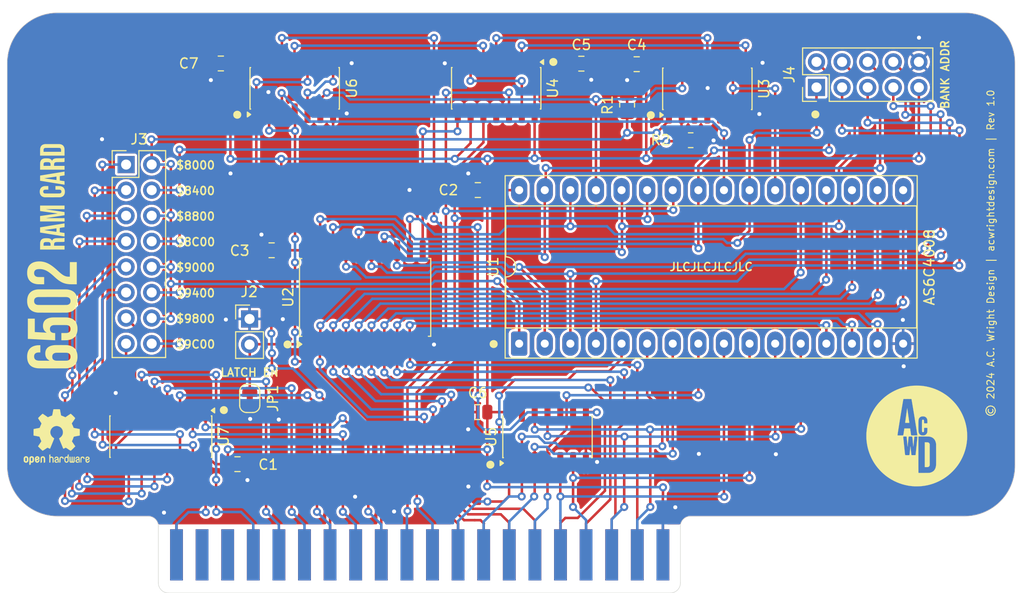
<source format=kicad_pcb>
(kicad_pcb (version 20241229) (generator "pcbnew") (generator_version "9.0")
  (title_block (title "6502 RAM Card") (date "2025-10-26") (rev "1.0") (company "A.C. Wright Design"))
  (layers (0 "F.Cu" signal "Top") (2 "B.Cu" signal "Bottom") (13 "F.Paste" user) (15 "B.Paste" user) (5 "F.SilkS" user "F.Silkscreen") (7 "B.SilkS" user "B.Silkscreen") (1 "F.Mask" user) (3 "B.Mask" user) (25 "Edge.Cuts" user))
  (net 0 "")
  (net 1 "GND")
  (net 2 "A3")
  (net 3 "A0")
  (net 4 "D6")
  (net 5 "A10")
  (net 6 "A1")
  (net 7 "A5")
  (net 8 "D5")
  (net 9 "D0")
  (net 10 "D2")
  (net 11 "A12")
  (net 12 "D4")
  (net 13 "A8")
  (net 14 "D3")
  (net 15 "D1")
  (net 16 "D7")
  (net 17 "A11")
  (net 18 "A4")
  (net 19 "VCC")
  (net 21 "RWB")
  (net 22 "PHI2")
  (net 23 "A15")
  (net 24 "A14")
  (net 25 "A13")
  (net 26 "A7")
  (net 27 "A9")
  (net 28 "A6")
  (net 29 "A2")
  (net 30 "WB")
  (net 31 "RB")
  (net 39 "unconnected-(J1-PadEXP0)")
  (net 41 "/$8C00")
  (net 42 "CSB0")
  (net 43 "/$9800")
  (net 44 "CSB1")
  (net 45 "/$9400")
  (net 46 "/$9C00")
  (net 47 "/$8000")
  (net 48 "/$8800")
  (net 49 "/$9000")
  (net 50 "/$8400")
  (net 51 "B15")
  (net 52 "B12")
  (net 53 "B11")
  (net 54 "B10")
  (net 55 "B16")
  (net 56 "B17")
  (net 57 "CSB")
  (net 58 "B14")
  (net 59 "B13")
  (net 60 "LOAD")
  (net 61 "Net-(U3-Pad3)")
  (net 62 "Net-(U3-Pad8)")
  (net 63 "Net-(U3-Pad11)")
  (net 64 "Net-(U4-Pad13)")
  (net 65 "Net-(U4-Pad5)")
  (net 66 "Net-(U5-Pad8)")
  (net 67 "Net-(U6-Pad5)")
  (net 73 "Net-(J2-Pin_2)")
  (footprint "Capacitor_SMD:C_0805_2012Metric" (layer "F.Cu") (at 145.2011 93.8036 180)
    (property "Reference" "C2")
    (property "Value" "100nF" (hide yes))
  )
  (footprint "Capacitor_SMD:C_0805_2012Metric" (layer "F.Cu") (at 160.9611 81.3036 180)
    (property "Reference" "C4")
    (property "Value" "100nF" (hide yes))
  )
  (footprint "Capacitor_SMD:C_0805_2012Metric" (layer "F.Cu") (at 155.4711 81.2536)
    (property "Reference" "C5")
    (property "Value" "100nF" (hide yes))
  )
  (footprint "Capacitor_SMD:C_0805_2012Metric" (layer "F.Cu") (at 145.1911 115.8536 180)
    (property "Reference" "C6")
    (property "Value" "100nF" (hide yes))
  )
  (footprint "Package_SO:SOIC-14_3.9x8.7mm_P1.27mm" (layer "F.Cu") (at 147.0236 83.6936 -90)
    (property "Reference" "U4")
    (property "Value" "74HC21" (hide yes))
  )
  (footprint "Connector_PinHeader_2.54mm:PinHeader_2x08_P2.54mm_Vertical" (layer "F.Cu") (at 110.3011 91.2736)
    (property "Reference" "J3")
    (property "Value" "Conn_02x08_Odd_Even" (hide yes))
  )
  (footprint "Resistor_SMD:R_0805_2012Metric" (layer "F.Cu") (at 166.3211 88.8536)
    (property "Reference" "R2")
    (property "Value" "10k" (hide yes))
  )
  (footprint "Package_SO:SOIC-14_3.9x8.7mm_P1.27mm" (layer "F.Cu") (at 152.1111 118.3186 90)
    (property "Reference" "U5")
    (property "Value" "74HC30" (hide yes))
  )
  (footprint "Package_SO:SOIC-20W_7.5x12.8mm_P1.27mm" (layer "F.Cu") (at 134.0161 104.4636 90)
    (property "Reference" "U2")
    (property "Value" "74HC573" (hide yes))
  )
  (footprint "Package_DIP:DIP-32_W15.24mm_Socket_LongPads" (layer "F.Cu") (at 149.3011 109.0536 90)
    (property "Reference" "U1")
    (property "Value" "AS6C4008")
  )
  (footprint "Capacitor_SMD:C_0805_2012Metric" (layer "F.Cu") (at 124.7411 99.7836 180)
    (property "Reference" "C3")
    (property "Value" "100nF" (hide yes))
  )
  (footprint "Package_SO:SOIC-14_3.9x8.7mm_P1.27mm" (layer "F.Cu") (at 167.9711 83.7486 90)
    (property "Reference" "U3")
    (property "Value" "74HC00" (hide yes))
  )
  (footprint "Resistor_SMD:R_0805_2012Metric" (layer "F.Cu") (at 160.0111 85.3361 90)
    (property "Reference" "R1")
    (property "Value" "10k" (hide yes))
  )
  (footprint "6502 Logos:6502 RAM Card Logo 5mm" (layer "F.Cu") (at 102.981235 91.52464 90)
    (property "Reference" "G***" (hide yes))
    (property "Value" "LOGO" (hide yes))
  )
  (footprint "6502 Parts:6502 Card Edge" (layer "F.Cu") (at 115.3 132.57)
    (property "Reference" "J1" (hide yes))
    (property "Value" "6502 Card Edge" (hide yes))
  )
  (footprint "Connector_PinHeader_2.54mm:PinHeader_1x02_P2.54mm_Vertical" (layer "F.Cu") (at 122.5511 106.6036)
    (property "Reference" "J2")
    (property "Value" "LATCH EN")
  )
  (footprint "A.C. Wright Logo:A.C. Wright Logo 10mm" (layer "F.Cu") (at 188.7511 118.2236)
    (property "Reference" "G***" (hide yes))
    (property "Value" "LOGO" (hide yes))
  )
  (footprint "Capacitor_SMD:C_0805_2012Metric" (layer "F.Cu") (at 119.7011 81.2336 180)
    (property "Reference" "C7")
    (property "Value" "100nF" (hide yes))
  )
  (footprint "Capacitor_SMD:C_0805_2012Metric" (layer "F.Cu") (at 121.3511 121.0236)
    (property "Reference" "C1")
    (property "Value" "100nF" (hide yes))
  )
  (footprint "Package_SO:SOIC-16_3.9x9.9mm_P1.27mm" (layer "F.Cu") (at 113.7461 118.2886 -90)
    (property "Reference" "U7")
    (property "Value" "74HC138" (hide yes))
  )
  (footprint "Symbol:OSHW-Logo2_7.3x6mm_SilkScreen" (layer "F.Cu") (at 103.4111 118.3236)
    (property "Reference" "REF**" (hide yes))
    (property "Value" "OSHW-Logo2_7.3x6mm_SilkScreen" (hide yes))
  )
  (footprint "Package_SO:SOIC-14_3.9x8.7mm_P1.27mm" (layer "F.Cu") (at 127.0311 83.6986 90)
    (property "Reference" "U6")
    (property "Value" "74HC00" (hide yes))
  )
  (footprint "Jumper:SolderJumper-2_P1.3mm_Bridged_RoundedPad1.0x1.5mm" (layer "F.Cu") (at 122.5711 114.4936 90)
    (property "Reference" "JP1")
    (property "Value" "Latch Enable" (hide yes))
  )
  (footprint "Connector_PinHeader_2.54mm:PinHeader_2x05_P2.54mm_Vertical" (layer "F.Cu") (at 178.8011 83.6136 90)
    (property "Reference" "J4")
    (property "Value" "BANK ADDR")
  )
  (gr_circle (center 152.6911 81.0836) (end 152.8911 81.0836) (stroke (width 0.4)) (fill no) (layer "F.SilkS"))
  (gr_circle (center 121.3311 86.3236) (end 121.5311 86.3236) (stroke (width 0.4)) (fill no) (layer "F.SilkS"))
  (gr_circle (center 120.0011 115.6536) (end 120.2011 115.6536) (stroke (width 0.4)) (fill no) (layer "F.SilkS"))
  (gr_circle (center 146.4411 121.0736) (end 146.6411 121.0736) (stroke (width 0.4)) (fill no) (layer "F.SilkS"))
  (gr_circle (center 178.6911 86.2936) (end 178.8911 86.2936) (stroke (width 0.4)) (fill no) (layer "F.SilkS"))
  (gr_circle (center 162.3611 86.3636) (end 162.5611 86.3636) (stroke (width 0.4)) (fill no) (layer "F.SilkS"))
  (gr_circle (center 126.3211 109.1336) (end 126.5211 109.1336) (stroke (width 0.4)) (fill no) (layer "F.SilkS"))
  (gr_circle (center 146.7711 109.0936) (end 146.9711 109.0936) (stroke (width 0.4)) (fill no) (layer "F.SilkS"))
  (gr_arc (start 165.3011 127.1936) (mid 165.593993 126.486493) (end 166.3011 126.1936) (stroke (width 0.05)) (layer "Edge.Cuts"))
  (gr_line (start 98.5011 81.1936) (end 98.5011 121.1936) (stroke (width 0.05)) (layer "Edge.Cuts"))
  (gr_line (start 103.5011 126.1936) (end 112.5011 126.1936) (stroke (width 0.05)) (layer "Edge.Cuts"))
  (gr_line (start 198.5011 121.1936) (end 198.5011 81.1936) (stroke (width 0.05)) (layer "Edge.Cuts"))
  (gr_arc (start 193.5011 76.1936) (mid 197.036634 77.658066) (end 198.5011 81.1936) (stroke (width 0.05)) (layer "Edge.Cuts"))
  (gr_arc (start 103.5011 126.1936) (mid 99.965566 124.729134) (end 98.5011 121.1936) (stroke (width 0.05)) (layer "Edge.Cuts"))
  (gr_arc (start 98.5011 81.1936) (mid 99.965566 77.658066) (end 103.5011 76.1936) (stroke (width 0.05)) (layer "Edge.Cuts"))
  (gr_line (start 166.3011 126.1936) (end 193.5011 126.1936) (stroke (width 0.05)) (layer "Edge.Cuts"))
  (gr_arc (start 112.5011 126.1936) (mid 113.208207 126.486493) (end 113.5011 127.1936) (stroke (width 0.05)) (layer "Edge.Cuts"))
  (gr_line (start 193.5011 76.1936) (end 103.5011 76.1936) (stroke (width 0.05)) (layer "Edge.Cuts"))
  (gr_arc (start 114.5011 133.8136) (mid 113.793993 133.520707) (end 113.5011 132.8136) (stroke (width 0.05)) (layer "Edge.Cuts"))
  (gr_line (start 113.5011 127.1936) (end 113.5011 132.8136) (stroke (width 0.05)) (layer "Edge.Cuts"))
  (gr_arc (start 198.5011 121.1936) (mid 197.036634 124.729134) (end 193.5011 126.1936) (stroke (width 0.05)) (layer "Edge.Cuts"))
  (gr_arc (start 165.3011 132.8136) (mid 165.008207 133.520707) (end 164.3011 133.8136) (stroke (width 0.05)) (layer "Edge.Cuts"))
  (gr_line (start 165.3011 132.8136) (end 165.3011 127.1936) (stroke (width 0.05)) (layer "Edge.Cuts"))
  (gr_line (start 114.5011 133.8136) (end 164.3011 133.8136) (stroke (width 0.05)) (layer "Edge.Cuts"))
  (gr_text "$9000" (at 117.1911 101.5036 0) (layer "F.SilkS") (effects (font (size 0.8 0.8))))
  (gr_text "$8C00" (at 117.1911 98.9636 0) (layer "F.SilkS") (effects (font (size 0.8 0.8))))
  (gr_text "$8800" (at 117.1911 96.4236 0) (layer "F.SilkS") (effects (font (size 0.8 0.8))))
  (gr_text "© 2024 A.C. Wright Design | acwrightdesign.com | Rev 1.0" (at 196.088 100.076 90) (layer "F.SilkS") (effects (font (size 0.7 0.7) (thickness 0.1))))
  (gr_text "$8000" (at 117.1911 91.3436 0) (layer "F.SilkS") (effects (font (size 0.8 0.8))))
  (gr_text "$9400" (at 117.1911 104.0436 0) (layer "F.SilkS") (effects (font (size 0.8 0.8))))
  (gr_text "$8400" (at 117.1911 93.8836 0) (layer "F.SilkS") (effects (font (size 0.8 0.8))))
  (gr_text "$9800" (at 117.1911 106.5836 0) (layer "F.SilkS") (effects (font (size 0.8 0.8))))
  (gr_text "JLCJLCJLCJLC" (at 168.3511 101.4336 0) (layer "F.SilkS") (effects (font (size 0.8 0.8))))
  (gr_text "$9C00" (at 117.1911 109.1236 0) (layer "F.SilkS") (effects (font (size 0.8 0.8))))
  (segment (start 115.3 125.8347) (end 115.3211 125.8136) (width 0.25) (layer "F.Cu") (net 1))
  (segment (start 115.3 130.03) (end 115.3 125.8347) (width 0.25) (layer "F.Cu") (net 1))
  (via (at 156.4511 82.8536) (size 0.8) (drill 0.4) (layers "F.Cu" "B.Cu") (net 1))
  (via (at 174.7711 120.0336) (size 0.8) (drill 0.4) (layers "F.Cu" "B.Cu") (net 1))
  (via (at 107.9111 88.7536) (size 0.8) (drill 0.4) (layers "F.Cu" "B.Cu") (net 1))
  (via (at 164.7911 125.3036) (size 0.8) (drill 0.4) (layers "F.Cu" "B.Cu") (net 1))
  (via (at 133.0211 124.2536) (size 0.8) (drill 0.4) (layers "F.Cu" "B.Cu") (net 1))
  (via (at 123.7311 98.2236) (size 0.8) (drill 0.4) (layers "F.Cu" "B.Cu") (net 1))
  (via (at 122.6111 116.5336) (size 0.8) (drill 0.4) (layers "F.Cu" "B.Cu") (net 1))
  (via (at 132.6811 81.2036) (size 0.8) (drill 0.4) (layers "F.Cu" "B.Cu") (net 1))
  (via (at 173.4511 81.1636) (size 0.8) (drill 0.4) (layers "F.Cu" "B.Cu") (net 1))
  (via (at 114.0611 125.8336) (size 0.8) (drill 0.4) (layers "F.Cu" "B.Cu") (net 1))
  (via (at 168.0011 83.6736) (size 0.8) (drill 0.4) (layers "F.Cu" "B.Cu") (net 1))
  (via (at 120.2011 106.6636) (size 0.8) (drill 0.4) (layers "F.Cu" "B.Cu") (net 1))
  (via (at 125.4511 116.5936) (size 0.8) (drill 0.4) (layers "F.Cu" "B.Cu") (net 1))
  (via (at 144.2611 123.2436) (size 0.8) (drill 0.4) (layers "F.Cu" "B.Cu") (net 1))
  (via (at 138.4211 93.7936) (size 0.8) (drill 0.4) (layers "F.Cu" "B.Cu") (net 1))
  (via (at 125.8511 106.6236) (size 0.8) (drill 0.4) (layers "F.Cu" "B.Cu") (net 1))
  (via (at 132.1911 86.1936) (size 0.8) (drill 0.4) (layers "F.Cu" "B.Cu") (net 1))
  (via (at 188.9711 78.6736) (size 0.8) (drill 0.4) (layers "F.Cu" "B.Cu") (net 1))
  (via (at 141.9211 81.2136) (size 0.8) (drill 0.4) (layers "F.Cu" "B.Cu") (net 1))
  (via (at 160.0111 82.8836) (size 0.8) (drill 0.4) (layers "F.Cu" "B.Cu") (net 1))
  (via (at 120.6611 92.1536) (size 0.8) (drill 0.4) (layers "F.Cu" "B.Cu") (net 1))
  (via (at 168.5911 88.8736) (size 0.8) (drill 0.4) (layers "F.Cu" "B.Cu") (net 1))
  (via (at 109.2711 113.9536) (size 0.8) (drill 0.4) (layers "F.Cu" "B.Cu") (net 1))
  (via (at 187.4511 111.3036) (size 0.8) (drill 0.4) (layers "F.Cu" "B.Cu") (net 1))
  (via (at 118.7111 82.8836) (size 0.8) (drill 0.4) (layers "F.Cu" "B.Cu") (net 1))
  (via (at 140.8511 109.1436) (size 0.8) (drill 0.4) (layers "F.Cu" "B.Cu") (net 1))
  (via (at 187.3711 106.6936) (size 0.8) (drill 0.4) (layers "F.Cu" "B.Cu") (net 1))
  (via (at 167.1311 120.0036) (size 0.8) (drill 0.4) (layers "F.Cu" "B.Cu") (net 1))
  (via (at 136.8911 125.7236) (size 0.8) (drill 0.4) (layers "F.Cu" "B.Cu") (net 1))
  (via (at 124.4211 84.0736) (size 0.8) (drill 0.4) (layers "F.Cu" "B.Cu") (net 1))
  (via (at 122.3411 122.6036) (size 0.8) (drill 0.4) (layers "F.Cu" "B.Cu") (net 1))
  (via (at 157.0311 120.8036) (size 0.8) (drill 0.4) (layers "F.Cu" "B.Cu") (net 1))
  (via (at 144.2511 92.1536) (size 0.8) (drill 0.4) (layers "F.Cu" "B.Cu") (net 1))
  (via (at 144.2411 117.5636) (size 0.8) (drill 0.4) (layers "F.Cu" "B.Cu") (net 1))
  (via (at 173.1311 86.2536) (size 0.8) (drill 0.4) (layers "F.Cu" "B.Cu") (net 1))
  (segment (start 120.2611 106.6036) (end 120.2011 106.6636) (width 0.25) (layer "B.Cu") (net 1))
  (segment (start 163.56 130.03) (end 163.56 125.8047) (width 0.25) (layer "B.Cu") (net 1))
  (segment (start 163.56 125.8047) (end 163.5711 125.7936) (width 0.25) (layer "B.Cu") (net 1))
  (segment (start 122.5511 106.6036) (end 120.2611 106.6036) (width 0.25) (layer "B.Cu") (net 1))
  (segment (start 153.3911 124.0436) (end 153.3811 124.0336) (width 0.25) (layer "F.Cu") (net 2))
  (segment (start 153.3911 124.2336) (end 153.3911 124.0436) (width 0.25) (layer "F.Cu") (net 2))
  (segment (start 153.3811 124.0336) (end 153.3811 120.7936) (width 0.25) (layer "F.Cu") (net 2))
  (segment (start 169.6211 109.0536) (end 169.6211 124.2436) (width 0.25) (layer "F.Cu") (net 2))
  (segment (start 169.6211 124.2436) (end 169.6411 124.2636) (width 0.25) (layer "F.Cu") (net 2))
  (via (at 153.3911 124.2336) (size 0.8) (drill 0.4) (layers "F.Cu" "B.Cu") (net 2))
  (via (at 169.6411 124.2636) (size 0.8) (drill 0.4) (layers "F.Cu" "B.Cu") (net 2))
  (segment (start 153.3911 124.2336) (end 153.3911 126.6436) (width 0.25) (layer "B.Cu") (net 2))
  (segment (start 153.4 126.6525) (end 153.4 130.03) (width 0.25) (layer "B.Cu") (net 2))
  (segment (start 153.3911 126.6436) (end 153.4 126.6525) (width 0.25) (layer "B.Cu") (net 2))
  (segment (start 169.6111 124.2336) (end 153.3911 124.2336) (width 0.25) (layer "B.Cu") (net 2))
  (segment (start 169.6411 124.2636) (end 169.6111 124.2336) (width 0.25) (layer "B.Cu") (net 2))
  (segment (start 162.3111 117.6036) (end 162.2811 117.5736) (width 0.25) (layer "F.Cu") (net 3))
  (segment (start 177.2411 117.4736) (end 177.2411 109.0536) (width 0.25) (layer "F.Cu") (net 3))
  (segment (start 162.3111 125.2736) (end 162.3111 117.6036) (width 0.25) (layer "F.Cu") (net 3))
  (segment (start 177.2811 117.5136) (end 177.2411 117.4736) (width 0.25) (layer "F.Cu") (net 3))
  (segment (start 150.8511 117.5936) (end 150.8511 115.8536) (width 0.25) (layer "F.Cu") (net 3))
  (segment (start 150.8511 115.8536) (end 150.8411 115.8436) (width 0.25) (layer "F.Cu") (net 3))
  (via (at 162.3111 125.2736) (size 0.8) (drill 0.4) (layers "F.Cu" "B.Cu") (net 3))
  (via (at 150.8511 117.5936) (size 0.8) (drill 0.4) (layers "F.Cu" "B.Cu") (net 3))
  (via (at 177.2811 117.5136) (size 0.8) (drill 0.4) (layers "F.Cu" "B.Cu") (net 3))
  (via (at 162.2811 117.5736) (size 0.8) (drill 0.4) (layers "F.Cu" "B.Cu") (net 3))
  (segment (start 162.2811 117.5736) (end 177.2211 117.5736) (width 0.25) (layer "B.Cu") (net 3))
  (segment (start 177.2211 117.5736) (end 177.2811 117.5136) (width 0.25) (layer "B.Cu") (net 3))
  (segment (start 161.02 130.03) (end 161.02 126.5647) (width 0.25) (layer "B.Cu") (net 3))
  (segment (start 162.2811 117.5736) (end 150.8711 117.5736) (width 0.25) (layer "B.Cu") (net 3))
  (segment (start 161.02 126.5647) (end 162.3111 125.2736) (width 0.25) (layer "B.Cu") (net 3))
  (segment (start 150.8711 117.5736) (end 150.8511 117.5936) (width 0.25) (layer "B.Cu") (net 3))
  (segment (start 130.8511 111.8536) (end 130.8411 111.8436) (width 0.25) (layer "F.Cu") (net 4))
  (segment (start 145.78 126.9347) (end 145.8011 126.9136) (width 0.25) (layer "F.Cu") (net 4))
  (segment (start 145.4711 126.5836) (end 144.8911 126.5836) (width 0.25) (layer "F.Cu") (net 4))
  (segment (start 179.7811 102.6736) (end 179.7811 93.8136) (width 0.25) (layer "F.Cu") (net 4))
  (segment (start 130.8411 107.2336) (end 130.8411 109.1136) (width 0.25) (layer "F.Cu") (net 4))
  (segment (start 142.9811 125.7336) (end 140.7711 123.5236) (width 0.25) (layer "F.Cu") (net 4))
  (segment (start 145.78 130.03) (end 145.78 126.9347) (width 0.25) (layer "F.Cu") (net 4))
  (segment (start 140.7711 123.5236) (end 140.7711 122.0936) (width 0.25) (layer "F.Cu") (net 4))
  (segment (start 144.8911 126.5836) (end 143.8311 126.5836) (width 0.25) (layer "F.Cu") (net 4))
  (segment (start 140.7711 115.5936) (end 140.7511 115.5736) (width 0.25) (layer "F.Cu") (net 4))
  (segment (start 179.7511 102.7036) (end 179.7811 102.6736) (width 0.25) (layer "F.Cu") (net 4))
  (segment (start 143.8311 126.5836) (end 142.9811 125.7336) (width 0.25) (layer "F.Cu") (net 4))
  (segment (start 130.8411 111.8436) (end 130.8411 109.1136) (width 0.25) (layer "F.Cu") (net 4))
  (segment (start 145.8011 126.9136) (end 145.4711 126.5836) (width 0.25) (layer "F.Cu") (net 4))
  (segment (start 140.7711 122.0936) (end 140.7711 115.5936) (width 0.25) (layer "F.Cu") (net 4))
  (via (at 179.7511 102.7036) (size 0.8) (drill 0.4) (layers "F.Cu" "B.Cu") (net 4))
  (via (at 140.7511 115.5736) (size 0.8) (drill 0.4) (layers "F.Cu" "B.Cu") (net 4))
  (via (at 130.8411 107.2336) (size 0.8) (drill 0.4) (layers "F.Cu" "B.Cu") (net 4))
  (via (at 130.8511 111.8536) (size 0.8) (drill 0.4) (layers "F.Cu" "B.Cu") (net 4))
  (segment (start 134.6211 115.5736) (end 132.7811 113.7336) (width 0.25) (layer "B.Cu") (net 4))
  (segment (start 178.3411 104.1136) (end 179.7511 102.7036) (width 0.25) (layer "B.Cu") (net 4))
  (segment (start 130.8411 107.2336) (end 133.9611 104.1136) (width 0.25) (layer "B.Cu") (net 4))
  (segment (start 130.9011 111.8536) (end 130.8511 111.8536) (width 0.25) (layer "B.Cu") (net 4))
  (segment (start 132.7811 113.7336) (end 130.9011 111.8536) (width 0.25) (layer "B.Cu") (net 4))
  (segment (start 140.7511 115.5736) (end 134.6211 115.5736) (width 0.25) (layer "B.Cu") (net 4))
  (segment (start 133.9611 104.1136) (end 178.3411 104.1136) (width 0.25) (layer "B.Cu") (net 4))
  (segment (start 118.1911 117.3436) (end 118.1711 117.3636) (width 0.25) (layer "F.Cu") (net 5))
  (segment (start 118.1911 115.8136) (end 118.1911 117.3436) (width 0.25) (layer "F.Cu") (net 5))
  (segment (start 131.7911 116.4536) (end 134.3311 118.9936) (width 0.25) (layer "F.Cu") (net 5))
  (segment (start 134.3311 118.9936) (end 134.3311 125.7336) (width 0.25) (layer "F.Cu") (net 5))
  (via (at 131.7911 116.4536) (size 0.8) (drill 0.4) (layers "F.Cu" "B.Cu") (net 5))
  (via (at 134.3311 125.7336) (size 0.8) (drill 0.4) (layers "F.Cu" "B.Cu") (net 5))
  (via (at 118.1711 117.3636) (size 0.8) (drill 0.4) (layers "F.Cu" "B.Cu") (net 5))
  (segment (start 130.8811 117.3636) (end 118.1711 117.3636) (width 0.25) (layer "B.Cu") (net 5))
  (segment (start 134.3311 125.7336) (end 135.62 127.0225) (width 0.25) (layer "B.Cu") (net 5))
  (segment (start 135.636 130.014) (end 135.62 130.03) (width 0.25) (layer "B.Cu") (net 5))
  (segment (start 131.7911 116.4536) (end 130.8811 117.3636) (width 0.25) (layer "B.Cu") (net 5))
  (segment (start 135.62 127.0225) (end 135.62 130.03) (width 0.25) (layer "B.Cu") (net 5))
  (segment (start 152.1111 118.2436) (end 152.1111 115.8436) (width 0.25) (layer "F.Cu") (net 6))
  (segment (start 159.7211 125.2736) (end 159.7211 118.3236) (width 0.25) (layer "F.Cu") (net 6))
  (segment (start 159.7211 118.3236) (end 159.7511 118.2936) (width 0.25) (layer "F.Cu") (net 6))
  (segment (start 174.7411 118.2936) (end 174.7011 118.2536) (width 0.25) (layer "F.Cu") (net 6))
  (segment (start 174.7011 118.2536) (end 174.7011 109.0536) (width 0.25) (layer "F.Cu") (net 6))
  (via (at 159.7511 118.2936) (size 0.8) (drill 0.4) (layers "F.Cu" "B.Cu") (net 6))
  (via (at 152.1111 118.2436) (size 0.8) (drill 0.4) (layers "F.Cu" "B.Cu") (net 6))
  (via (at 159.7211 125.2736) (size 0.8) (drill 0.4) (layers "F.Cu" "B.Cu") (net 6))
  (via (at 174.7411 118.2936) (size 0.8) (drill 0.4) (layers "F.Cu" "B.Cu") (net 6))
  (segment (start 158.48 130.03) (end 158.48 126.5147) (width 0.25) (layer "B.Cu") (net 6))
  (segment (start 158.48 126.5147) (end 159.7211 125.2736) (width 0.25) (layer "B.Cu") (net 6))
  (segment (start 159.7511 118.2936) (end 174.7411 118.2936) (width 0.25) (layer "B.Cu") (net 6))
  (segment (start 159.7511 118.2936) (end 159.7011 118.2436) (width 0.25) (layer "B.Cu") (net 6))
  (segment (start 159.7011 118.2436) (end 152.1111 118.2436) (width 0.25) (layer "B.Cu") (net 6))
  (segment (start 164.5411 119.9836) (end 164.5411 109.0536) (width 0.25) (layer "F.Cu") (net 7))
  (segment (start 150.8411 119.3136) (end 150.8311 119.3036) (width 0.25) (layer "F.Cu") (net 7))
  (segment (start 150.8411 124.1836) (end 150.7911 124.2336) (width 0.25) (layer "F.Cu") (net 7))
  (segment (start 150.8411 120.7936) (end 150.8411 119.3136) (width 0.25) (layer "F.Cu") (net 7))
  (segment (start 150.8411 120.7936) (end 150.8411 124.1836) (width 0.25) (layer "F.Cu") (net 7))
  (via (at 150.7911 124.2336) (size 0.8) (drill 0.4) (layers "F.Cu" "B.Cu") (net 7))
  (via (at 164.5411 119.9836) (size 0.8) (drill 0.4) (layers "F.Cu" "B.Cu") (net 7))
  (via (at 150.8311 119.3036) (size 0.8) (drill 0.4) (layers "F.Cu" "B.Cu") (net 7))
  (segment (start 150.7911 124.2336) (end 148.32 126.7047) (width 0.25) (layer "B.Cu") (net 7))
  (segment (start 164.5411 119.9836) (end 152.7311 119.9836) (width 0.25) (layer "B.Cu") (net 7))
  (segment (start 148.32 126.7047) (end 148.32 130.03) (width 0.25) (layer "B.Cu") (net 7))
  (segment (start 152.0511 119.3036) (end 150.8311 119.3036) (width 0.25) (layer "B.Cu") (net 7))
  (segment (start 148.336 130.014) (end 148.32 130.03) (width 0.25) (layer "B.Cu") (net 7))
  (segment (start 152.7311 119.9836) (end 152.0511 119.3036) (width 0.25) (layer "B.Cu") (net 7))
  (segment (start 148.3011 126.8236) (end 148.3011 130.0111) (width 0.25) (layer "F.Cu") (net 8))
  (segment (start 148.3011 130.0111) (end 148.32 130.03) (width 0.25) (layer "F.Cu") (net 8))
  (segment (start 132.1111 107.2236) (end 132.1111 109.1136) (width 0.25) (layer "F.Cu") (net 8))
  (segment (start 182.3211 103.4336) (end 182.3211 93.8136) (width 0.25) (layer "F.Cu") (net 8))
  (segment (start 141.6411 123.4136) (end 144.2291 126.0016) (width 0.25) (layer "F.Cu") (net 8))
  (segment (start 141.6411 114.7536) (end 141.6411 123.4136) (width 0.25) (layer "F.Cu") (net 8))
  (segment (start 144.2291 126.0016) (end 147.4791 126.0016) (width 0.25) (layer "F.Cu") (net 8))
  (segment (start 147.4791 126.0016) (end 148.3011 126.8236) (width 0.25) (layer "F.Cu") (net 8))
  (segment (start 132.1111 111.1036) (end 132.1111 111.8236) (width 0.25) (layer "F.Cu") (net 8))
  (segment (start 132.1111 111.1036) (end 132.1111 109.1136) (width 0.25) (layer "F.Cu") (net 8))
  (segment (start 182.3411 103.4536) (end 182.3211 103.4336) (width 0.25) (layer "F.Cu") (net 8))
  (via (at 141.6411 114.7536) (size 0.8) (drill 0.4) (layers "F.Cu" "B.Cu") (net 8))
  (via (at 132.1111 111.8236) (size 0.8) (drill 0.4) (layers "F.Cu" "B.Cu") (net 8))
  (via (at 132.1111 107.2236) (size 0.8) (drill 0.4) (layers "F.Cu" "B.Cu") (net 8))
  (via (at 182.3411 103.4536) (size 0.8) (drill 0.4) (layers "F.Cu" "B.Cu") (net 8))
  (segment (start 134.7311 104.6036) (end 181.1911 104.6036) (width 0.25) (layer "B.Cu") (net 8))
  (segment (start 138.0511 114.7536) (end 141.6411 114.7536) (width 0.25) (layer "B.Cu") (net 8))
  (segment (start 132.1111 111.8236) (end 135.0411 114.7536) (width 0.25) (layer "B.Cu") (net 8))
  (segment (start 135.0411 114.7536) (end 138.0511 114.7536) (width 0.25) (layer "B.Cu") (net 8))
  (segment (start 132.1111 107.2236) (end 134.7311 104.6036) (width 0.25) (layer "B.Cu") (net 8))
  (segment (start 181.1911 104.6036) (end 182.3411 103.4536) (width 0.25) (layer "B.Cu") (net 8))
  (segment (start 179.7811 109.0536) (end 179.7811 107.2236) (width 0.25) (layer "F.Cu") (net 9))
  (segment (start 138.4711 111.1436) (end 138.4711 109.1236) (width 0.25) (layer "F.Cu") (net 9))
  (segment (start 161.02 130.03) (end 161.02 111.1847) (width 0.25) (layer "F.Cu") (net 9))
  (segment (start 138.4411 107.2136) (end 138.4411 109.0936) (width 0.25) (layer "F.Cu") (net 9))
  (segment (start 138.4711 109.1236) (end 138.4611 109.1136) (width 0.25) (layer "F.Cu") (net 9))
  (segment (start 161.02 111.1847) (end 161.0311 111.1736) (width 0.25) (layer "F.Cu") (net 9))
  (segment (start 179.7811 107.2236) (end 179.7711 107.2136) (width 0.25) (layer "F.Cu") (net 9))
  (segment (start 138.4411 109.0936) (end 138.4611 109.1136) (width 0.25) (layer "F.Cu") (net 9))
  (via (at 179.7711 107.2136) (size 0.8) (drill 0.4) (layers "F.Cu" "B.Cu") (net 9))
  (via (at 138.4711 111.1436) (size 0.8) (drill 0.4) (layers "F.Cu" "B.Cu") (net 9))
  (via (at 161.0311 111.1736) (size 0.8) (drill 0.4) (layers "F.Cu" "B.Cu") (net 9))
  (via (at 138.4411 107.2136) (size 0.8) (drill 0.4) (layers "F.Cu" "B.Cu") (net 9))
  (segment (start 179.7711 107.2136) (end 179.7511 107.2336) (width 0.25) (layer "B.Cu") (net 9))
  (segment (start 138.6111 107.0436) (end 138.4411 107.2136) (width 0.25) (layer "B.Cu") (net 9))
  (segment (start 178.8811 107.0436) (end 138.6111 107.0436) (width 0.25) (layer "B.Cu") (net 9))
  (segment (start 161.0311 111.1736) (end 138.5011 111.1736) (width 0.25) (layer "B.Cu") (net 9))
  (segment (start 179.0711 107.2336) (end 178.8811 107.0436) (width 0.25) (layer "B.Cu") (net 9))
  (segment (start 138.5011 111.1736) (end 138.4711 111.1436) (width 0.25) (layer "B.Cu") (net 9))
  (segment (start 179.7511 107.2336) (end 179.0711 107.2336) (width 0.25) (layer "B.Cu") (net 9))
  (segment (start 158.3411 112.6636) (end 158.3411 124.5236) (width 0.25) (layer "F.Cu") (net 10))
  (segment (start 155.94 126.9247) (end 155.94 130.03) (width 0.25) (layer "F.Cu") (net 10))
  (segment (start 135.9211 107.2236) (end 135.9211 109.1136) (width 0.25) (layer "F.Cu") (net 10))
  (segment (start 158.3411 124.5236) (end 155.94 126.9247) (width 0.25) (layer "F.Cu") (net 10))
  (segment (start 184.8611 107.1136) (end 184.8611 109.0536) (width 0.25) (layer "F.Cu") (net 10))
  (segment (start 135.9211 111.9136) (end 135.9211 109.1136) (width 0.25) (layer "F.Cu") (net 10))
  (via (at 135.9211 107.2236) (size 0.8) (drill 0.4) (layers "F.Cu" "B.Cu") (net 10))
  (via (at 135.9211 111.9136) (size 0.8) (drill 0.4) (layers "F.Cu" "B.Cu") (net 10))
  (via (at 184.8611 107.1136) (size 0.8) (drill 0.4) (layers "F.Cu" "B.Cu") (net 10))
  (via (at 158.3411 112.6636) (size 0.8) (drill 0.4) (layers "F.Cu" "B.Cu") (net 10))
  (segment (start 184.8611 107.1136) (end 184.0411 107.1136) (width 0.25) (layer "B.Cu") (net 10))
  (segment (start 184.0411 107.1136) (end 182.9811 106.0536) (width 0.25) (layer "B.Cu") (net 10))
  (segment (start 158.3411 112.6636) (end 136.6711 112.6636) (width 0.25) (layer "B.Cu") (net 10))
  (segment (start 182.9811 106.0536) (end 137.0911 106.0536) (width 0.25) (layer "B.Cu") (net 10))
  (segment (start 136.6711 112.6636) (end 135.9211 111.9136) (width 0.25) (layer "B.Cu") (net 10))
  (segment (start 137.0911 106.0536) (end 135.9211 107.2236) (width 0.25) (layer "B.Cu") (net 10))
  (segment (start 128.2711 114.1736) (end 129.2411 115.1436) (width 0.25) (layer "F.Cu") (net 11))
  (segment (start 115.6511 114.1936) (end 115.6311 114.1736) (width 0.25) (layer "F.Cu") (net 11))
  (segment (start 129.2411 115.1436) (end 129.2411 125.7536) (width 0.25) (layer "F.Cu") (net 11))
  (segment (start 115.6511 115.8136) (end 115.6511 114.1936) (width 0.25) (layer "F.Cu") (net 11))
  (via (at 128.2711 114.1736) (size 0.8) (drill 0.4) (layers "F.Cu" "B.Cu") (net 11))
  (via (at 115.6311 114.1736) (size 0.8) (drill 0.4) (layers "F.Cu" "B.Cu") (net 11))
  (via (at 129.2411 125.7536) (size 0.8) (drill 0.4) (layers "F.Cu" "B.Cu") (net 11))
  (segment (start 129.2411 125.7536) (end 130.54 127.0525) (width 0.25) (layer "B.Cu") (net 11))
  (segment (start 130.54 127.0525) (end 130.54 130.03) (width 0.25) (layer "B.Cu") (net 11))
  (segment (start 115.6311 114.1736) (end 128.2711 114.1736) (width 0.25) (layer "B.Cu") (net 11))
  (segment (start 184.9011 104.2336) (end 184.8611 104.1936) (width 0.25) (layer "F.Cu") (net 12))
  (segment (start 133.3811 111.7636) (end 133.3811 109.1136) (width 0.25) (layer "F.Cu") (net 12))
  (segment (start 150.86 126.6025) (end 150.86 130.03) (width 0.25) (layer "F.Cu") (net 12))
  (segment (start 184.8611 104.1936) (end 184.8611 93.8136) (width 0.25) (layer "F.Cu") (net 12))
  (segment (start 133.3911 111.7736) (end 133.3911 111.8636) (width 0.25) (layer "F.Cu") (net 12))
  (segment (start 133.3811 107.2236) (end 133.3811 109.1136) (width 0.25) (layer "F.Cu") (net 12))
  (segment (start 133.3811 111.7636) (end 133.3911 111.7736) (width 0.25) (layer "F.Cu") (net 12))
  (segment (start 144.6911 125.4536) (end 149.7111 125.4536) (width 0.25) (layer "F.Cu") (net 12))
  (segment (start 142.5511 123.3136) (end 144.6911 125.4536) (width 0.25) (layer "F.Cu") (net 12))
  (segment (start 149.7111 125.4536) (end 150.86 126.6025) (width 0.25) (layer "F.Cu") (net 12))
  (segment (start 142.5511 114.1136) (end 142.5511 123.3136) (width 0.25) (layer "F.Cu") (net 12))
  (via (at 133.3911 111.8636) (size 0.8) (drill 0.4) (layers "F.Cu" "B.Cu") (net 12))
  (via (at 133.3811 107.2236) (size 0.8) (drill 0.4) (layers "F.Cu" "B.Cu") (net 12))
  (via (at 142.5511 114.1136) (size 0.8) (drill 0.4) (layers "F.Cu" "B.Cu") (net 12))
  (via (at 184.9011 104.2336) (size 0.8) (drill 0.4) (layers "F.Cu" "B.Cu") (net 12))
  (segment (start 133.3911 111.8636) (end 135.6011 114.0736) (width 0.25) (layer "B.Cu") (net 12))
  (segment (start 137.5811 114.0736) (end 142.5111 114.0736) (width 0.25) (layer "B.Cu") (net 12))
  (segment (start 135.6011 114.0736) (end 137.5811 114.0736) (width 0.25) (layer "B.Cu") (net 12))
  (segment (start 184.0511 105.0836) (end 184.9011 104.2336) (width 0.25) (layer "B.Cu") (net 12))
  (segment (start 133.3811 107.2236) (end 133.3911 107.2236) (width 0.25) (layer "B.Cu") (net 12))
  (segment (start 142.5111 114.0736) (end 142.5511 114.1136) (width 0.25) (layer "B.Cu") (net 12))
  (segment (start 133.3911 107.2236) (end 135.5311 105.0836) (width 0.25) (layer "B.Cu") (net 12))
  (segment (start 135.5311 105.0836) (end 184.0511 105.0836) (width 0.25) (layer "B.Cu") (net 12))
  (segment (start 162.0011 96.6636) (end 162.0011 93.8136) (width 0.25) (layer "F.Cu") (net 13))
  (segment (start 142.9011 96.6036) (end 142.9011 91.9236) (width 0.25) (layer "F.Cu") (net 13))
  (segment (start 145.7536 89.0711) (end 145.7536 86.1686) (width 0.25) (layer "F.Cu") (net 13))
  (segment (start 139.1411 113.8886) (end 142.9011 110.1286) (width 0.25) (layer "F.Cu") (net 13))
  (segment (start 139.1411 124.6496) (end 139.1411 113.8886) (width 0.25) (layer "F.Cu") (net 13))
  (segment (start 142.9011 91.9236) (end 145.7536 89.0711) (width 0.25) (layer "F.Cu") (net 13))
  (segment (start 142.9011 110.1286) (end 142.9011 96.6036) (width 0.25) (layer "F.Cu") (net 13))
  (segment (start 139.2051 124.7136) (end 139.1411 124.6496) (width 0.25) (layer "F.Cu") (net 13))
  (segment (start 162.0411 96.7036) (end 162.0011 96.6636) (width 0.25) (layer "F.Cu") (net 13))
  (via (at 139.2051 124.7136) (size 0.8) (drill 0.4) (layers "F.Cu" "B.Cu") (net 13))
  (via (at 142.9011 96.6036) (size 0.8) (drill 0.4) (layers "F.Cu" "B.Cu") (net 13))
  (via (at 162.0411 96.7036) (size 0.8) (drill 0.4) (layers "F.Cu" "B.Cu") (net 13))
  (segment (start 161.9411 96.6036) (end 162.0411 96.5036) (width 0.25) (layer "B.Cu") (net 13))
  (segment (start 140.7 126.9325) (end 140.7 130.03) (width 0.25) (layer "B.Cu") (net 13))
  (segment (start 139.2051 125.4376) (end 140.7 126.9325) (width 0.25) (layer "B.Cu") (net 13))
  (segment (start 142.9011 96.6036) (end 161.9411 96.6036) (width 0.25) (layer "B.Cu") (net 13))
  (segment (start 140.7 130.03) (end 140.716 130.014) (width 0.25) (layer "B.Cu") (net 13))
  (segment (start 162.0411 96.5036) (end 162.0411 96.7036) (width 0.25) (layer "B.Cu") (net 13))
  (segment (start 139.2051 124.7136) (end 139.2051 125.4376) (width 0.25) (layer "B.Cu") (net 13))
  (segment (start 157.8111 114.8336) (end 156.3911 113.4136) (width 0.25) (layer "F.Cu") (net 14))
  (segment (start 157.8111 123.6636) (end 157.8111 114.8336) (width 0.25) (layer "F.Cu") (net 14))
  (segment (start 134.6511 109.1136) (end 134.6511 107.2336) (width 0.25) (layer "F.Cu") (net 14))
  (segment (start 153.4 126.8447) (end 153.8811 126.3636) (width 0.25) (layer "F.Cu") (net 14))
  (segment (start 187.4011 104.3436) (end 187.4011 93.8136) (width 0.25) (layer "F.Cu") (net 14))
  (segment (start 153.8811 126.3636) (end 155.1111 126.3636) (width 0.25) (layer "F.Cu") (net 14))
  (segment (start 134.6511 111.8536) (end 134.6511 109.1136) (width 0.25) (layer "F.Cu") (net 14))
  (segment (start 134.6411 111.8636) (end 134.6511 111.8536) (width 0.25) (layer "F.Cu") (net 14))
  (segment (start 153.4 130.03) (end 153.4 126.8447) (width 0.25) (layer "F.Cu") (net 14))
  (segment (start 155.1111 126.3636) (end 157.8111 123.6636) (width 0.25) (layer "F.Cu") (net 14))
  (segment (start 187.3911 104.9336) (end 187.3911 104.3536) (width 0.25) (layer "F.Cu") (net 14))
  (segment (start 156.3911 113.4136) (end 156.1611 113.4136) (width 0.25) (layer "F.Cu") (net 14))
  (segment (start 187.3911 104.3536) (end 187.4011 104.3436) (width 0.25) (layer "F.Cu") (net 14))
  (via (at 134.6511 107.2336) (size 0.8) (drill 0.4) (layers "F.Cu" "B.Cu") (net 14))
  (via (at 134.6411 111.8636) (size 0.8) (drill 0.4) (layers "F.Cu" "B.Cu") (net 14))
  (via (at 187.3911 104.9336) (size 0.8) (drill 0.4) (layers "F.Cu" "B.Cu") (net 14))
  (via (at 156.1611 113.4136) (size 0.8) (drill 0.4) (layers "F.Cu" "B.Cu") (net 14))
  (segment (start 136.3011 105.5836) (end 186.7411 105.5836) (width 0.25) (layer "B.Cu") (net 14))
  (segment (start 136.1911 113.4136) (end 134.6411 111.8636) (width 0.25) (layer "B.Cu") (net 14))
  (segment (start 156.1611 113.4136) (end 136.1911 113.4136) (width 0.25) (layer "B.Cu") (net 14))
  (segment (start 134.6511 107.2336) (end 136.3011 105.5836) (width 0.25) (layer "B.Cu") (net 14))
  (segment (start 186.7411 105.5836) (end 187.3911 104.9336) (width 0.25) (layer "B.Cu") (net 14))
  (segment (start 159.7311 116.9136) (end 159.7311 111.9236) (width 0.25) (layer "F.Cu") (net 15))
  (segment (start 137.1911 107.2136) (end 137.1911 109.1136) (width 0.25) (layer "F.Cu") (net 15))
  (segment (start 158.48 130.03) (end 158.48 126.4897) (width 0.25) (layer "F.Cu") (net 15))
  (segment (start 137.1911 111.3936) (end 137.1911 109.1136) (width 0.25) (layer "F.Cu") (net 15))
  (segment (start 158.48 126.4897) (end 158.8511 126.1186) (width 0.25) (layer "F.Cu") (net 15))
  (segment (start 182.3211 107.1536) (end 182.3211 109.0536) (width 0.25) (layer "F.Cu") (net 15))
  (segment (start 158.8511 126.1186) (end 158.8511 117.7936) (width 0.25) (layer "F.Cu") (net 15))
  (segment (start 158.4811 130.0289) (end 158.48 130.03) (width 0.25) (layer "F.Cu") (net 15))
  (segment (start 137.1811 111.4036) (end 137.1911 111.3936) (width 0.25) (layer "F.Cu") (net 15))
  (segment (start 158.8511 117.7936) (end 159.7311 116.9136) (width 0.25) (layer "F.Cu") (net 15))
  (segment (start 159.7311 111.9236) (end 159.7111 111.9036) (width 0.25) (layer "F.Cu") (net 15))
  (segment (start 137.1811 111.8736) (end 137.1811 111.4036) (width 0.25) (layer "F.Cu") (net 15))
  (via (at 137.1911 107.2136) (size 0.8) (drill 0.4) (layers "F.Cu" "B.Cu") (net 15))
  (via (at 159.7111 111.9036) (size 0.8) (drill 0.4) (layers "F.Cu" "B.Cu") (net 15))
  (via (at 137.1811 111.8736) (size 0.8) (drill 0.4) (layers "F.Cu" "B.Cu") (net 15))
  (via (at 182.3211 107.1536) (size 0.8) (drill 0.4) (layers "F.Cu" "B.Cu") (net 15))
  (segment (start 159.6511 111.8436) (end 137.2111 111.8436) (width 0.25) (layer "B.Cu") (net 15))
  (segment (start 137.2111 111.8436) (end 137.1811 111.8736) (width 0.25) (layer "B.Cu") (net 15))
  (segment (start 137.8611 106.5436) (end 137.1911 107.2136) (width 0.25) (layer "B.Cu") (net 15))
  (segment (start 181.5211 107.1536) (end 180.9111 106.5436) (width 0.25) (layer "B.Cu") (net 15))
  (segment (start 182.3211 107.1536) (end 181.5211 107.1536) (width 0.25) (layer "B.Cu") (net 15))
  (segment (start 159.7111 111.9036) (end 159.6511 111.8436) (width 0.25) (layer "B.Cu") (net 15))
  (segment (start 180.9111 106.5436) (end 137.8611 106.5436) (width 0.25) (layer "B.Cu") (net 15))
  (segment (start 143.24 126.9525) (end 143.24 130.03) (width 0.25) (layer "F.Cu") (net 16))
  (segment (start 139.8611 116.3636) (end 139.9011 116.4036) (width 0.25) (layer "F.Cu") (net 16))
  (segment (start 139.9011 116.4036) (end 139.9011 123.6136) (width 0.25) (layer "F.Cu") (net 16))
  (segment (start 129.5311 110.8736) (end 129.5311 109.1536) (width 0.25) (layer "F.Cu") (net 16))
  (segment (start 139.9011 123.6136) (end 143.24 126.9525) (width 0.25) (layer "F.Cu") (net 16))
  (segment (start 177.2311 101.9836) (end 177.2311 101.5636) (width 0.25) (layer "F.Cu") (net 16))
  (segment (start 139.8611 116.3136) (end 139.8611 116.3636) (width 0.25) (layer "F.Cu") (net 16))
  (segment (start 177.2311 101.5636) (end 177.2411 101.5536) (width 0.25) (layer "F.Cu") (net 16))
  (segment (start 177.2411 101.5536) (end 177.2411 93.8136) (width 0.25) (layer "F.Cu") (net 16))
  (segment (start 129.5711 107.2536) (end 129.5711 109.1136) (width 0.25) (layer "F.Cu") (net 16))
  (via (at 139.8611 116.3136) (size 0.8) (drill 0.4) (layers "F.Cu" "B.Cu") (net 16))
  (via (at 129.5711 107.2536) (size 0.8) (drill 0.4) (layers "F.Cu" "B.Cu") (net 16))
  (via (at 129.5311 110.8736) (size 0.8) (drill 0.4) (layers "F.Cu" "B.Cu") (net 16))
  (via (at 177.2311 101.9836) (size 0.8) (drill 0.4) (layers "F.Cu" "B.Cu") (net 16))
  (segment (start 129.5711 107.2536) (end 133.1911 103.6336) (width 0.25) (layer "B.Cu") (net 16))
  (segment (start 133.1911 103.6336) (end 175.5811 103.6336) (width 0.25) (layer "B.Cu") (net 16))
  (segment (start 175.5811 103.6336) (end 177.2311 101.9836) (width 0.25) (layer "B.Cu") (net 16))
  (segment (start 134.2711 116.3336) (end 129.5311 111.5936) (width 0.25) (layer "B.Cu") (net 16))
  (segment (start 129.5311 111.5936) (end 129.5311 110.8736) (width 0.25) (layer "B.Cu") (net 16))
  (segment (start 139.8411 116.3336) (end 134.2711 116.3336) (width 0.25) (layer "B.Cu") (net 16))
  (segment (start 139.8611 116.3136) (end 139.8411 116.3336) (width 0.25) (layer "B.Cu") (net 16))
  (segment (start 116.9211 118.0536) (end 116.9111 118.0636) (width 0.25) (layer "F.Cu") (net 17))
  (segment (start 116.9211 115.8136) (end 116.9211 118.0536) (width 0.25) (layer "F.Cu") (net 17))
  (segment (start 131.8111 118.0436) (end 131.8111 125.7536) (width 0.25) (layer "F.Cu") (net 17))
  (via (at 131.8111 118.0436) (size 0.8) (drill 0.4) (layers "F.Cu" "B.Cu") (net 17))
  (via (at 131.8111 125.7536) (size 0.8) (drill 0.4) (layers "F.Cu" "B.Cu") (net 17))
  (via (at 116.9111 118.0636) (size 0.8) (drill 0.4) (layers "F.Cu" "B.Cu") (net 17))
  (segment (start 131.8111 125.7536) (end 133.08 127.0225) (width 0.25) (layer "B.Cu") (net 17))
  (segment (start 131.7911 118.0636) (end 131.8111 118.0436) (width 0.25) (layer "B.Cu") (net 17))
  (segment (start 133.08 127.0225) (end 133.08 130.03) (width 0.25) (layer "B.Cu") (net 17))
  (segment (start 116.9111 118.0636) (end 131.7911 118.0636) (width 0.25) (layer "B.Cu") (net 17))
  (segment (start 152.1111 120.7936) (end 152.1111 119.4436) (width 0.25) (layer "F.Cu") (net 18))
  (segment (start 152.1111 119.4436) (end 152.2011 119.3536) (width 0.25) (layer "F.Cu") (net 18))
  (segment (start 152.2011 119.3536) (end 154.0071 117.5476) (width 0.25) (layer "F.Cu") (net 18))
  (segment (start 152.1111 124.2536) (end 152.1111 120.7936) (width 0.25) (layer "F.Cu") (net 18))
  (segment (start 154.0071 114.1796) (end 154.0011 114.1736) (width 0.25) (layer "F.Cu") (net 18))
  (segment (start 154.0071 117.5476) (end 154.0071 114.1796) (width 0.25) (layer "F.Cu") (net 18))
  (segment (start 167.0811 114.1536) (end 167.0811 109.0536) (width 0.25) (layer "F.Cu") (net 18))
  (via (at 154.0011 114.1736) (size 0.8) (drill 0.4) (layers "F.Cu" "B.Cu") (net 18))
  (via (at 152.1111 124.2536) (size 0.8) (drill 0.4) (layers "F.Cu" "B.Cu") (net 18))
  (via (at 167.0811 114.1536) (size 0.8) (drill 0.4) (layers "F.Cu" "B.Cu") (net 18))
  (segment (start 152.1111 125.4014) (end 150.86 126.6525) (width 0.25) (layer "B.Cu") (net 18))
  (segment (start 167.0611 114.1736) (end 167.0811 114.1536) (width 0.25) (layer "B.Cu") (net 18))
  (segment (start 154.0011 114.1736) (end 167.0611 114.1736) (width 0.25) (layer "B.Cu") (net 18))
  (segment (start 150.86 126.6525) (end 150.86 130.03) (width 0.25) (layer "B.Cu") (net 18))
  (segment (start 152.1111 124.2536) (end 152.1111 125.4014) (width 0.25) (layer "B.Cu") (net 18))
  (segment (start 146.1511 90.6836) (end 146.1511 93.6836) (width 0.25) (layer "F.Cu") (net 19))
  (segment (start 125.6911 99.7836) (end 128.2711 99.7836) (width 0.25) (layer "F.Cu") (net 19))
  (segment (start 123.2111 81.2336) (end 123.2211 81.2236) (width 0.25) (layer "F.Cu") (net 19))
  (segment (start 146.1311 119.1436) (end 146.1411 119.1336) (width 0.25) (layer "F.Cu") (net 19))
  (segment (start 128.2711 99.7836) (end 128.3011 99.8136) (width 0.25) (layer "F.Cu") (net 19))
  (segment (start 146.1411 115.8536) (end 148.2911 115.8536) (width 0.25) (layer "F.Cu") (net 19))
  (segment (start 118.1911 120.7636) (end 118.8811 120.7636) (width 0.25) (layer "F.Cu") (net 19))
  (segment (start 163.5711 123.3236) (end 163.5711 124.1636) (width 0.25) (layer "F.Cu") (net 19))
  (segment (start 125.7011 91.8336) (end 125.6911 91.8436) (width 0.25) (layer "F.Cu") (net 19))
  (segment (start 161.9111 81.3036) (end 164.1311 81.3036) (width 0.25) (layer "F.Cu") (net 19))
  (segment (start 188.9611 90.6836) (end 188.9611 83.6136) (width 0.25) (layer "F.Cu") (net 19))
  (segment (start 164.1311 81.3036) (end 164.1611 81.2736) (width 0.25) (layer "F.Cu") (net 19))
  (segment (start 118.1911 125.4536) (end 118.1911 120.7636) (width 0.25) (layer "F.Cu") (net 19))
  (segment (start 120.6511 90.7036) (end 120.6511 81.2336) (width 0.25) (layer "F.Cu") (net 19))
  (segment (start 150.8336 81.2186) (end 154.4861 81.2186) (width 0.25) (layer "F.Cu") (net 19))
  (segment (start 142.9211 90.7036) (end 144.4836 89.1411) (width 0.25) (layer "F.Cu") (net 19))
  (segment (start 146.1411 115.8536) (end 146.1411 93.9336) (width 0.25) (layer "F.Cu") (net 19))
  (segment (start 146.1411 119.1336) (end 146.1411 115.8536) (width 0.25) (layer "F.Cu") (net 19))
  (segment (start 120.4011 119.5636) (end 120.3911 119.5536) (width 0.25) (layer "F.Cu") (net 19))
  (segment (start 163.5711 124.1636) (end 163.56 124.1747) (width 0.25) (layer "F.Cu") (net 19))
  (segment (start 148.2911 115.8536) (end 148.3011 115.8436) (width 0.25) (layer "F.Cu") (net 19))
  (segment (start 144.4836 89.1411) (end 144.4836 86.1686) (width 0.25) (layer "F.Cu") (net 19))
  (segment (start 146.1411 93.9336) (end 146.0211 93.8136) (width 0.25) (layer "F.Cu") (net 19))
  (segment (start 146.1511 93.6836) (end 146.0211 93.8136) (width 0.25) (layer "F.Cu") (net 19))
  (segment (start 146.1311 119.5536) (end 146.1311 119.1436) (width 0.25) (layer "F.Cu") (net 19))
  (segment (start 118.2111 125.4736) (end 118.1911 125.4536) (width 0.25) (layer "F.Cu") (net 19))
  (segment (start 150.8336 90.6536) (end 150.8336 86.1686) (width 0.25) (layer "F.Cu") (net 19))
  (segment (start 154.4861 81.2186) (end 154.5211 81.2536) (width 0.25) (layer "F.Cu") (net 19))
  (segment (start 146.1311 123.2336) (end 146.1311 119.5536) (width 0.25) (layer "F.Cu") (net 19))
  (segment (start 119.1411 121.0236) (end 120.4011 121.0236) (width 0.25) (layer "F.Cu") (net 19))
  (segment (start 146.0211 93.8136) (end 149.3011 93.8136) (width 0.25) (layer "F.Cu") (net 19))
  (segment (start 161.9111 90.6536) (end 161.9111 81.3036) (width 0.25) (layer "F.Cu") (net 19))
  (segment (start 125.6911 91.8436) (end 125.6911 99.7836) (width 0.25) (layer "F.Cu") (net 19))
  (segment (start 120.6511 81.2336) (end 123.2111 81.2336) (width 0.25) (layer "F.Cu") (net 19))
  (segment (start 163.56 124.1747) (end 163.56 130.03) (width 0.25) (layer "F.Cu") (net 19))
  (segment (start 125.7011 90.7036) (end 125.7011 91.8336) (width 0.25) (layer "F.Cu") (net 19))
  (segment (start 118.2111 125.7936) (end 118.2111 125.4736) (width 0.25) (layer "F.Cu") (net 19))
  (segment (start 118.8811 120.7636) (end 119.1411 121.0236) (width 0.25) (layer "F.Cu") (net 19))
  (segment (start 120.4011 121.0236) (end 120.4011 119.5636) (width 0.25) (layer "F.Cu") (net 19))
  (segment (start 150.8336 86.1686) (end 150.8336 81.2186) (width 0.25) (layer "F.Cu") (net 19))
  (via (at 125.7011 90.7036) (size 0.8) (drill 0.4) (layers "F.Cu" "B.Cu") (net 19))
  (via (at 146.1311 123.2336) (size 0.8) (drill 0.4) (layers "F.Cu" "B.Cu") (net 19))
  (via (at 161.9111 90.6536) (size 0.8) (drill 0.4) (layers "F.Cu" "B.Cu") (net 19))
  (via (at 146.1311 119.5536) (size 0.8) (drill 0.4) (layers "F.Cu" "B.Cu") (net 19))
  (via (at 120.3911 119.5536) (size 0.8) (drill 0.4) (layers "F.Cu" "B.Cu") (net 19))
  (via (at 120.6511 90.7036) (size 0.8) (drill 0.4) (layers "F.Cu" "B.Cu") (net 19))
  (via (at 118.2111 125.7936) (size 0.8) (drill 0.4) (layers "F.Cu" "B.Cu") (net 19))
  (via (at 188.9611 90.6836) (size 0.8) (drill 0.4) (layers "F.Cu" "B.Cu") (net 19))
  (via (at 142.9211 90.7036) (size 0.8) (drill 0.4) (layers "F.Cu" "B.Cu") (net 19))
  (via (at 146.1511 90.6836) (size 0.8) (drill 0.4) (layers "F.Cu" "B.Cu") (net 19))
  (via (at 163.5711 123.3236) (size 0.8) (drill 0.4) (layers "F.Cu" "B.Cu") (net 19))
  (via (at 150.8336 90.6536) (size 0.8) (drill 0.4) (layers "F.Cu" "B.Cu") (net 19))
  (segment (start 163.5211 123.3236) (end 163.5011 123.3036) (width 0.25) (layer "B.Cu") (net 19))
  (segment (start 120.3911 119.5536) (end 146.1311 119.5536) (width 0.25) (layer "B.Cu") (net 19))
  (segment (start 188.2611 90.6536) (end 161.9111 90.6536) (width 0.25) (layer "B.Cu") (net 19))
  (segment (start 188.2911 90.6836) (end 188.2611 90.6536) (width 0.25) (layer "B.Cu") (net 19))
  (segment (start 146.1811 90.6536) (end 146.1511 90.6836) (width 0.25) (layer "B.Cu") (net 19))
  (segment (start 146.1511 90.6836) (end 146.1311 90.7036) (width 0.25) (layer "B.Cu") (net 19))
  (segment (start 115.3 126.9747) (end 115.8311 126.4436) (width 0.25) (layer "B.Cu") (net 19))
  (segment (start 115.8311 126.4436) (end 116.4811 125.7936) (width 0.25) (layer "B.Cu") (net 19))
  (segment (start 146.1311 90.7036) (end 142.9211 90.7036) (width 0.25) (layer "B.Cu") (net 19))
  (segment (start 146.2011 123.3036) (end 146.1311 123.2336) (width 0.25) (layer "B.Cu") (net 19))
  (segment (start 116.4811 125.7936) (end 118.2111 125.7936) (width 0.25) (layer "B.Cu") (net 19))
  (segment (start 163.5011 123.3036) (end 146.2011 123.3036) (width 0.25) (layer "B.Cu") (net 19))
  (segment (start 115.3 130.03) (end 115.3 126.9747) (width 0.25) (layer "B.Cu") (net 19))
  (segment (start 125.7011 90.7036) (end 120.6511 90.7036) (width 0.25) (layer "B.Cu") (net 19))
  (segment (start 142.9211 90.7036) (end 125.7011 90.7036) (width 0.25) (layer "B.Cu") (net 19))
  (segment (start 188.9611 90.6836) (end 188.2911 90.6836) (width 0.25) (layer "B.Cu") (net 19))
  (segment (start 150.8336 90.6536) (end 146.1811 90.6536) (width 0.25) (layer "B.Cu") (net 19))
  (segment (start 163.5711 123.3236) (end 163.5211 123.3236) (width 0.25) (layer "B.Cu") (net 19))
  (segment (start 150.8336 90.6536) (end 161.9111 90.6536) (width 0.25) (layer "B.Cu") (net 19))
  (segment (start 124.7711 111.4736) (end 124.7711 109.9936) (width 0.25) (layer "F.Cu") (net 21))
  (segment (start 122.5311 102.5536) (end 122.5311 97.8236) (width 0.25) (layer "F.Cu") (net 21))
  (segment (start 122.5311 97.8236) (end 123.2211 97.1336) (width 0.25) (layer "F.Cu") (net 21))
  (segment (start 124.7111 104.7336) (end 122.5311 102.5536) (width 0.25) (layer "F.Cu") (net 21))
  (segment (start 129.5711 81.2236) (end 128.3011 81.2236) (width 0.25) (layer "F.Cu") (net 21))
  (segment (start 123.2211 86.1736) (end 123.2211 83.1036) (width 0.25) (layer "F.Cu") (net 21))
  (segment (start 129.4711 114.1536) (end 130.54 115.2225) (width 0.25) (layer "F.Cu") (net 21))
  (segment (start 123.2211 97.1336) (end 123.2211 86.1736) (width 0.25) (layer "F.Cu") (net 21))
  (segment (start 124.7111 108.0436) (end 124.7111 104.7336) (width 0.25) (layer "F.Cu") (net 21))
  (segment (start 128.3011 83.0636) (end 128.3011 81.2236) (width 0.25) (layer "F.Cu") (net 21))
  (segment (start 130.54 115.2225) (end 130.54 130.03) (width 0.25) (layer "F.Cu") (net 21))
  (segment (start 124.7461 111.4986) (end 124.7711 111.4736) (width 0.25) (layer "F.Cu") (net 21))
  (segment (start 123.2211 83.1036) (end 123.2411 83.0836) (width 0.25) (layer "F.Cu") (net 21))
  (via (at 124.7711 109.9936) (size 0.8) (drill 0.4) (layers "F.Cu" "B.Cu") (net 21))
  (via (at 128.3011 83.0636) (size 0.8) (drill 0.4) (layers "F.Cu" "B.Cu") (net 21))
  (via (at 124.7111 108.0436) (size 0.8) (drill 0.4) (layers "F.Cu" "B.Cu") (net 21))
  (via (at 123.2411 83.0836) (size 0.8) (drill 0.4) (layers "F.Cu" "B.Cu") (net 21))
  (via (at 129.4711 114.1536) (size 0.8) (drill 0.4) (layers "F.Cu" "B.Cu") (net 21))
  (via (at 124.7461 111.4986) (size 0.8) (drill 0.4) (layers "F.Cu" "B.Cu") (net 21))
  (segment (start 123.2411 83.0836) (end 128.2811 83.0836) (width 0.25) (layer "B.Cu") (net 21))
  (segment (start 126.8411 111.5236) (end 124.7711 111.5236) (width 0.25) (layer "B.Cu") (net 21))
  (segment (start 124.7111 108.0436) (end 124.7111 108.1636) (width 0.25) (layer "B.Cu") (net 21))
  (segment (start 129.4711 114.1536) (end 126.8411 111.5236) (width 0.25) (layer "B.Cu") (net 21))
  (segment (start 124.7111 108.1636) (end 124.7411 108.1936) (width 0.25) (layer "B.Cu") (net 21))
  (segment (start 124.7411 109.9636) (end 124.7711 109.9936) (width 0.25) (layer "B.Cu") (net 21))
  (segment (start 124.7711 111.5236) (end 124.7461 111.4986) (width 0.25) (layer "B.Cu") (net 21))
  (segment (start 128.2811 83.0836) (end 128.3011 83.0636) (width 0.25) (layer "B.Cu") (net 21))
  (segment (start 124.7411 108.1936) (end 124.7411 109.9636) (width 0.25) (layer "B.Cu") (net 21))
  (segment (start 127.7411 110.8236) (end 135.6211 118.7036) (width 0.25) (layer "F.Cu") (net 22))
  (segment (start 127.0611 86.2036) (end 127.0311 86.1736) (width 0.25) (layer "F.Cu") (net 22))
  (segment (start 127.0611 107.9236) (end 127.0611 100.9936) (width 0.25) (layer "F.Cu") (net 22))
  (segment (start 135.6211 130.0289) (end 135.62 130.03) (width 0.25) (layer "F.Cu") (net 22))
  (segment (start 135.6211 118.7036) (end 135.6211 130.0289) (width 0.25) (layer "F.Cu") (net 22))
  (segment (start 124.4911 86.1736) (end 124.4911 87.9036) (width 0.25) (layer "F.Cu") (net 22))
  (segment (start 127.2511 110.8536) (end 127.2811 110.8236) (width 0.25) (layer "F.Cu") (net 22))
  (segment (start 127.2811 110.8236) (end 127.7411 110.8236) (width 0.25) (layer "F.Cu") (net 22))
  (segment (start 127.0611 87.9236) (end 127.0611 86.2036) (width 0.25) (layer "F.Cu") (net 22))
  (segment (start 127.0511 110.8536) (end 127.2511 110.8536) (width 0.25) (layer "F.Cu") (net 22))
  (segment (start 127.0611 98.6636) (end 127.0611 87.9236) (width 0.25) (layer "F.Cu") (net 22))
  (via (at 127.0611 98.6636) (size 0.8) (drill 0.4) (layers "F.Cu" "B.Cu") (net 22))
  (via (at 127.0611 87.9236) (size 0.8) (drill 0.4) (layers "F.Cu" "B.Cu") (net 22))
  (via (at 124.4911 87.9036) (size 0.8) (drill 0.4) (layers "F.Cu" "B.Cu") (net 22))
  (via (at 127.0511 110.8536) (size 0.8) (drill 0.4) (layers "F.Cu" "B.Cu") (net 22))
  (via (at 127.0611 100.9936) (size 0.8) (drill 0.4) (layers "F.Cu" "B.Cu") (net 22))
  (via (at 127.0611 107.9236) (size 0.8) (drill 0.4) (layers "F.Cu" "B.Cu") (net 22))
  (segment (start 127.0511 110.8536) (end 127.0611 110.8436) (width 0.25) (layer "B.Cu") (net 22))
  (segment (start 127.0611 110.8436) (end 127.0611 107.9236) (width 0.25) (layer "B.Cu") (net 22))
  (segment (start 127.0611 87.9236) (end 127.0411 87.9036) (width 0.25) (layer "B.Cu") (net 22))
  (segment (start 127.0611 100.9936) (end 127.0611 98.6636) (width 0.25) (layer "B.Cu") (net 22))
  (segment (start 127.0411 87.9036) (end 124.4911 87.9036) (width 0.25) (layer "B.Cu") (net 22))
  (segment (start 111.8411 115.8136) (end 111.8411 112.1436) (width 0.25) (layer "F.Cu") (net 23))
  (segment (start 119.2311 125.7536) (end 119.2511 125.7736) (width 0.25) (layer "F.Cu") (net 23))
  (segment (start 119.2311 122.5636) (end 119.2311 125.7536) (width 0.25) (layer "F.Cu") (net 23))
  (segment (start 119.2311 112.1436) (end 119.2311 119.5136) (width 0.25) (layer "F.Cu") (net 23))
  (via (at 119.2511 125.7736) (size 0.8) (drill 0.4) (layers "F.Cu" "B.Cu") (net 23))
  (via (at 119.2311 122.5636) (size 0.8) (drill 0.4) (layers "F.Cu" "B.Cu") (net 23))
  (via (at 119.2311 112.1436) (size 0.8) (drill 0.4) (layers "F.Cu" "B.Cu") (net 23))
  (via (at 111.8411 112.1436) (size 0.8) (drill 0.4) (layers "F.Cu" "B.Cu") (net 23))
  (via (at 119.2311 119.5136) (size 0.8) (drill 0.4) (layers "F.Cu" "B.Cu") (net 23))
  (segment (start 121.7111 125.7736) (end 122.92 126.9825) (width 0.25) (layer "B.Cu") (net 23))
  (segment (start 119.2511 125.7736) (end 121.7111 125.7736) (width 0.25) (layer "B.Cu") (net 23))
  (segment (start 111.8411 112.1436) (end 119.2311 112.1436) (width 0.25) (layer "B.Cu") (net 23))
  (segment (start 122.92 126.9825) (end 122.92 130.03) (width 0.25) (layer "B.Cu") (net 23))
  (segment (start 119.2311 119.5136) (end 119.2311 122.5636) (width 0.25) (layer "B.Cu") (net 23))
  (segment (start 113.1111 115.8136) (end 113.1111 112.8336) (width 0.25) (layer "F.Cu") (net 24))
  (segment (start 124.1911 112.8136) (end 124.1911 125.7536) (width 0.25) (layer "F.Cu") (net 24))
  (segment (start 113.1111 112.8336) (end 113.1311 112.8136) (width 0.25) (layer "F.Cu") (net 24))
  (via (at 113.1311 112.8136) (size 0.8) (drill 0.4) (layers "F.Cu" "B.Cu") (net 24))
  (via (at 124.1911 112.8136) (size 0.8) (drill 0.4) (layers "F.Cu" "B.Cu") (net 24))
  (via (at 124.1911 125.7536) (size 0.8) (drill 0.4) (layers "F.Cu" "B.Cu") (net 24))
  (segment (start 113.1311 112.8136) (end 124.1911 112.8136) (width 0.25) (layer "B.Cu") (net 24))
  (segment (start 125.46 127.0225) (end 125.46 130.03) (width 0.25) (layer "B.Cu") (net 24))
  (segment (start 124.1911 125.7536) (end 125.46 127.0225) (width 0.25) (layer "B.Cu") (net 24))
  (segment (start 126.7211 125.7536) (end 126.7411 125.7736) (width 0.25) (layer "F.Cu") (net 25))
  (segment (start 114.3811 113.5536) (end 114.4111 113.5236) (width 0.25) (layer "F.Cu") (net 25))
  (segment (start 114.3811 115.8136) (end 114.3811 113.5536) (width 0.25) (layer "F.Cu") (net 25))
  (segment (start 126.7211 113.4836) (end 126.7211 125.7536) (width 0.25) (layer "F.Cu") (net 25))
  (via (at 114.4111 113.5236) (size 0.8) (drill 0.4) (layers "F.Cu" "B.Cu") (net 25))
  (via (at 126.7411 125.7736) (size 0.8) (drill 0.4) (layers "F.Cu" "B.Cu") (net 25))
  (via (at 126.7211 113.4836) (size 0.8) (drill 0.4) (layers "F.Cu" "B.Cu") (net 25))
  (segment (start 114.4111 113.5236) (end 114.4511 113.4836) (width 0.25) (layer "B.Cu") (net 25))
  (segment (start 126.7411 125.7736) (end 128 127.0325) (width 0.25) (layer "B.Cu") (net 25))
  (segment (start 114.4511 113.4836) (end 126.7211 113.4836) (width 0.25) (layer "B.Cu") (net 25))
  (segment (start 128.016 130.014) (end 128 130.03) (width 0.25) (layer "B.Cu") (net 25))
  (segment (start 128 127.0325) (end 128 130.03) (width 0.25) (layer "B.Cu") (net 25))
  (segment (start 154.1511 112.6336) (end 154.9911 111.7936) (width 0.25) (layer "F.Cu") (net 26))
  (segment (start 148.8711 112.6336) (end 154.1511 112.6336) (width 0.25) (layer "F.Cu") (net 26))
  (segment (start 148.3011 120.7936) (end 148.3011 124.1836) (width 0.25) (layer "F.Cu") (net 26))
  (segment (start 147.9611 124.5236) (end 147.7511 124.7336) (width 0.25) (layer "F.Cu") (net 26))
  (segment (start 158.2311 111.7936) (end 159.4611 110.5636) (width 0.25) (layer "F.Cu") (net 26))
  (segment (start 148.3011 120.7936) (end 148.3011 119.4836) (width 0.25) (layer "F.Cu") (net 26))
  (segment (start 148.3011 119.4836) (end 147.3311 118.5136) (width 0.25) (layer "F.Cu") (net 26))
  (segment (start 147.2911 114.2136) (end 148.8711 112.6336) (width 0.25) (layer "F.Cu") (net 26))
  (segment (start 148.3011 124.1836) (end 147.9611 124.5236) (width 0.25) (layer "F.Cu") (net 26))
  (segment (start 147.7511 124.7336) (end 146.1511 124.7336) (width 0.25) (layer "F.Cu") (net 26))
  (segment (start 154.9911 111.7936) (end 158.2311 111.7936) (width 0.25) (layer "F.Cu") (net 26))
  (segment (start 147.3311 118.5136) (end 147.3311 116.8336) (width 0.25) (layer "F.Cu") (net 26))
  (segment (start 159.4611 110.5636) (end 159.4611 109.0536) (width 0.25) (layer "F.Cu") (net 26))
  (via (at 146.1511 124.7336) (size 0.8) (drill 0.4) (layers "F.Cu" "B.Cu") (net 26))
  (via (at 147.3311 116.8336) (size 0.8) (drill 0.4) (layers "F.Cu" "B.Cu") (net 26))
  (via (at 147.2911 114.2136) (size 0.8) (drill 0.4) (layers "F.Cu" "B.Cu") (net 26))
  (segment (start 147.3311 116.8336) (end 147.3311 114.2536) (width 0.25) (layer "B.Cu") (net 26))
  (segment (start 146.1511 124.7336) (end 145.1811 124.7336) (width 0.25) (layer "B.Cu") (net 26))
  (segment (start 143.256 130.014) (end 143.24 130.03) (width 0.25) (layer "B.Cu") (net 26))
  (segment (start 147.3311 114.2536) (end 147.2911 114.2136) (width 0.25) (layer "B.Cu") (net 26))
  (segment (start 143.2311 126.6836) (end 143.24 126.6925) (width 0.25) (layer "B.Cu") (net 26))
  (segment (start 143.24 126.6925) (end 143.24 130.03) (width 0.25) (layer "B.Cu") (net 26))
  (segment (start 145.1811 124.7336) (end 143.2311 126.6836) (width 0.25) (layer "B.Cu") (net 26))
  (segment (start 141.6811 110.0436) (end 142.0311 109.6936) (width 0.25) (layer "F.Cu") (net 27))
  (segment (start 148.2911 86.1661) (end 148.2936 86.1686) (width 0.25) (layer "F.Cu") (net 27))
  (segment (start 148.2911 84.1036) (end 148.2911 86.1661) (width 0.25) (layer "F.Cu") (net 27))
  (segment (start 138.2211 125.6736) (end 138.2211 113.5036) (width 0.25) (layer "F.Cu") (net 27))
  (segment (start 164.5911 93.8636) (end 164.5411 93.8136) (width 0.25) (layer "F.Cu") (net 27))
  (segment (start 142.0311 109.6936) (end 142.0311 95.8936) (width 0.25) (layer "F.Cu") (net 27))
  (segment (start 164.5911 95.7836) (end 164.5911 93.8636) (width 0.25) (layer "F.Cu") (net 27))
  (segment (start 138.2211 113.5036) (end 141.6811 110.0436) (width 0.25) (layer "F.Cu") (net 27))
  (segment (start 142.0311 95.8936) (end 142.0311 84.1336) (width 0.25) (layer "F.Cu") (net 27))
  (via (at 148.2911 84.1036) (size 0.8) (drill 0.4) (layers "F.Cu" "B.Cu") (net 27))
  (via (at 142.0311 95.8936) (size 0.8) (drill 0.4) (layers "F.Cu" "B.Cu") (net 27))
  (via (at 142.0311 84.1336) (size 0.8) (drill 0.4) (layers "F.Cu" "B.Cu") (net 27))
  (via (at 164.5911 95.7836) (size 0.8) (drill 0.4) (layers "F.Cu" "B.Cu") (net 27))
  (via (at 138.2211 125.6736) (size 0.8) (drill 0.4) (layers "F.Cu" "B.Cu") (net 27))
  (segment (start 142.0311 95.8936) (end 164.4811 95.8936) (width 0.25) (layer "B.Cu") (net 27))
  (segment (start 138.16 130.03) (end 138.176 130.014) (width 0.25) (layer "B.Cu") (net 27))
  (segment (start 138.16 125.7347) (end 138.2211 125.6736) (width 0.25) (layer "B.Cu") (net 27))
  (segment (start 148.2611 84.1336) (end 148.2911 84.1036) (width 0.25) (layer "B.Cu") (net 27))
  (segment (start 138.16 130.03) (end 138.16 125.7347) (width 0.25) (layer "B.Cu") (net 27))
  (segment (start 164.4811 95.8936) (end 164.5911 95.7836) (width 0.25) (layer "B.Cu") (net 27))
  (segment (start 142.0311 84.1336) (end 148.2611 84.1336) (width 0.25) (layer "B.Cu") (net 27))
  (segment (start 149.5711 120.7936) (end 149.5711 124.2136) (width 0.25) (layer "F.Cu") (net 28))
  (segment (start 162.0011 114.1336) (end 162.0011 109.0536) (width 0.25) (layer "F.Cu") (net 28))
  (segment (start 149.5711 118.2936) (end 149.5611 118.2836) (width 0.25) (layer "F.Cu") (net 28))
  (segment (start 149.5711 120.7936) (end 149.5711 118.2936) (width 0.25) (layer "F.Cu") (net 28))
  (segment (start 149.5711 124.2136) (end 149.5511 124.2336) (width 0.25) (layer "F.Cu") (net 28))
  (segment (start 163.5011 119.2436) (end 163.5011 115.6736) (width 0.25) (layer "F.Cu") (net 28))
  (segment (start 163.5011 115.6736) (end 162.0011 114.1736) (width 0.25) (layer "F.Cu") (net 28))
  (via (at 163.5011 119.2436) (size 0.8) (drill 0.4) (layers "F.Cu" "B.Cu") (net 28))
  (via (at 149.5511 124.2336) (size 0.8) (drill 0.4) (layers "F.Cu" "B.Cu") (net 28))
  (via (at 149.5611 118.2836) (size 0.8) (drill 0.4) (layers "F.Cu" "B.Cu") (net 28))
  (segment (start 149.5611 118.2836) (end 151.2211 118.2836) (width 0.25) (layer "B.Cu") (net 28))
  (segment (start 151.8411 118.9036) (end 152.9111 118.9036) (width 0.25) (layer "B.Cu") (net 28))
  (segment (start 151.2211 118.2836) (end 151.8411 118.9036) (width 0.25) (layer "B.Cu") (net 28))
  (segment (start 152.9111 118.9036) (end 153.250386 119.242886) (width 0.25) (layer "B.Cu") (net 28))
  (segment (start 148.2811 124.2336) (end 145.78 126.7347) (width 0.25) (layer "B.Cu") (net 28))
  (segment (start 145.78 126.7347) (end 145.78 130.03) (width 0.25) (layer "B.Cu") (net 28))
  (segment (start 153.250386 119.242886) (end 153.249672 119.2436) (width 0.25) (layer "B.Cu") (net 28))
  (segment (start 149.5511 124.2336) (end 148.2811 124.2336) (width 0.25) (layer "B.Cu") (net 28))
  (segment (start 153.249672 119.2436) (end 163.5011 119.2436) (width 0.25) (layer "B.Cu") (net 28))
  (segment (start 172.1611 122.3636) (end 172.1411 122.3836) (width 0.25) (layer "F.Cu") (net 29))
  (segment (start 154.6411 125.2736) (end 154.6511 125.2636) (width 0.25) (layer "F.Cu") (net 29))
  (segment (start 172.1611 109.0536) (end 172.1611 122.3636) (width 0.25) (layer "F.Cu") (net 29))
  (segment (start 154.6511 122.3836) (end 154.6511 120.7936) (width 0.25) (layer "F.Cu") (net 29))
  (segment (start 154.6511 125.2636) (end 154.6511 122.3836) (width 0.25) (layer "F.Cu") (net 29))
  (via (at 154.6511 122.3836) (size 0.8) (drill 0.4) (layers "F.Cu" "B.Cu") (net 29))
  (via (at 154.6411 125.2736) (size 0.8) (drill 0.4) (layers "F.Cu" "B.Cu") (net 29))
  (via (at 172.1411 122.3836) (size 0.8) (drill 0.4) (layers "F.Cu" "B.Cu") (net 29))
  (segment (start 155.94 130.03) (end 155.94 126.5725) (width 0.25) (layer "B.Cu") (net 29))
  (segment (start 155.94 126.5725) (end 154.6411 125.2736) (width 0.25) (layer "B.Cu") (net 29))
  (segment (start 172.1411 122.3836) (end 154.6511 122.3836) (width 0.25) (layer "B.Cu") (net 29))
  (segment (start 129.5711 84.7736) (end 129.5711 86.1736) (width 0.25) (layer "F.Cu") (net 30))
  (segment (start 165.4311 81.2736) (end 166.7011 81.2736) (width 0.25) (layer "F.Cu") (net 30))
  (segment (start 165.4811 83.7036) (end 165.4811 81.3236) (width 0.25) (layer "F.Cu") (net 30))
  (segment (start 165.4811 81.3236) (end 165.4311 81.2736) (width 0.25) (layer "F.Cu") (net 30))
  (segment (start 156.9211 93.8136) (end 156.9211 84.7736) (width 0.25) (layer "F.Cu") (net 30))
  (segment (start 130.2111 84.1336) (end 129.5711 84.7736) (width 0.25) (layer "F.Cu") (net 30))
  (via (at 156.9211 84.7736) (size 0.8) (drill 0.4) (layers "F.Cu" "B.Cu") (net 30))
  (via (at 130.2111 84.1336) (size 0.8) (drill 0.4) (layers "F.Cu" "B.Cu") (net 30))
  (via (at 165.4811 83.7036) (size 0.8) (drill 0.4) (layers "F.Cu" "B.Cu") (net 30))
  (segment (start 130.2111 84.1336) (end 131.8711 84.1336) (width 0.25) (layer "B.Cu") (net 30))
  (segment (start 156.9211 84.7736) (end 161.8011 84.7736) (width 0.25) (layer "B.Cu") (net 30))
  (segment (start 162.8711 83.7036) (end 165.4811 83.7036) (width 0.25) (layer "B.Cu") (net 30))
  (segment (start 132.5411 84.8036) (end 156.8911 84.8036) (width 0.25) (layer "B.Cu") (net 30))
  (segment (start 161.8011 84.7736) (end 162.8711 83.7036) (width 0.25) (layer "B.Cu") (net 30))
  (segment (start 156.8911 84.8036) (end 156.9211 84.7736) (width 0.25) (layer "B.Cu") (net 30))
  (segment (start 131.8711 84.1336) (end 132.5411 84.8036) (width 0.25) (layer "B.Cu") (net 30))
  (segment (start 169.6211 88.1636) (end 169.6211 93.8136) (width 0.25) (layer "F.Cu") (net 31))
  (segment (start 125.7611 86.1736) (end 125.7611 84.1936) (width 0.25) (layer "F.Cu") (net 31))
  (segment (start 169.6311 88.1536) (end 169.6211 88.1636) (width 0.25) (layer "F.Cu") (net 31))
  (segment (start 125.7611 84.1936) (end 125.7311 84.1636) (width 0.25) (layer "F.Cu") (net 31))
  (via (at 169.6311 88.1536) (size 0.8) (drill 0.4) (layers "F.Cu" "B.Cu") (net 31))
  (via (at 125.7311 84.1636) (size 0.8) (drill 0.4) (layers "F.Cu" "B.Cu") (net 31))
  (segment (start 168.4811 87.0036) (end 169.6311 88.1536) (width 0.25) (layer "B.Cu") (net 31))
  (segment (start 128.5711 87.0036) (end 130.9111 87.0036) (width 0.25) (layer "B.Cu") (net 31))
  (segment (start 125.7311 84.1636) (end 128.5711 87.0036) (width 0.25) (layer "B.Cu") (net 31))
  (segment (start 130.9111 87.0036) (end 168.4811 87.0036) (width 0.25) (layer "B.Cu") (net 31))
  (segment (start 120.269 129.919) (end 120.38 130.03) (width 0.25) (layer "B.Cu") (net 39))
  (segment (start 105.6711 123.2036) (end 105.6411 123.2336) (width 0.25) (layer "F.Cu") (net 41))
  (segment (start 113.1111 123.2336) (end 113.1111 120.7636) (width 0.25) (layer "F.Cu") (net 41))
  (segment (start 105.6711 98.9036) (end 105.6711 123.2036) (width 0.25) (layer "F.Cu") (net 41))
  (via (at 105.6711 98.9036) (size 0.8) (drill 0.4) (layers "F.Cu" "B.Cu") (net 41))
  (via (at 113.1111 123.2336) (size 0.8) (drill 0.4) (layers "F.Cu" "B.Cu") (net 41))
  (via (at 105.6411 123.2336) (size 0.8) (drill 0.4) (layers "F.Cu" "B.Cu") (net 41))
  (segment (start 110.3011 98.8936) (end 105.6811 98.8936) (width 0.25) (layer "B.Cu") (net 41))
  (segment (start 105.6811 98.8936) (end 105.6711 98.9036) (width 0.25) (layer "B.Cu") (net 41))
  (segment (start 105.6411 123.2336) (end 113.1111 123.2336) (width 0.25) (layer "B.Cu") (net 41))
  (segment (start 114.7411 96.2936) (end 114.7411 101.4436) (width 0.25) (layer "F.Cu") (net 42))
  (segment (start 160.0111 86.2486) (end 160.0111 88.1136) (width 0.25) (layer "F.Cu") (net 42))
  (segment (start 149.3011 105.0236) (end 149.3011 109.0536) (width 0.25) (layer "F.Cu") (net 42))
  (segment (start 114.7411 91.2036) (end 114.7411 96.2936) (width 0.25) (layer "F.Cu") (net 42))
  (segment (start 114.7411 103.1136) (end 114.7411 106.5836) (width 0.25) (layer "F.Cu") (net 42))
  (segment (start 162.9411 88.1136) (end 164.1811 86.8736) (width 0.25) (layer "F.Cu") (net 42))
  (segment (start 112.8411 88.7936) (end 112.8111 88.7636) (width 0.25) (layer "F.Cu") (net 42))
  (segment (start 147.1211 102.8436) (end 149.3011 105.0236) (width 0.25) (layer "F.Cu") (net 42))
  (segment (start 114.7411 101.4436) (end 114.7411 103.1136) (width 0.25) (layer "F.Cu") (net 42))
  (segment (start 164.1811 86.8736) (end 164.1811 86.2436) (width 0.25) (layer "F.Cu") (net 42))
  (segment (start 164.1811 86.2436) (end 164.1611 86.2236) (width 0.25) (layer "F.Cu") (net 42))
  (segment (start 112.8411 91.2736) (end 112.8411 88.7936) (width 0.25) (layer "F.Cu") (net 42))
  (via (at 162.9411 88.1136) (size 0.8) (drill 0.4) (layers "F.Cu" "B.Cu") (net 42))
  (via (at 160.0111 88.1136) (size 0.8) (drill 0.4) (layers "F.Cu" "B.Cu") (net 42))
  (via (at 114.7411 91.2036) (size 0.8) (drill 0.4) (layers "F.Cu" "B.Cu") (net 42))
  (via (at 114.7411 96.2936) (size 0.8) (drill 0.4) (layers "F.Cu" "B.Cu") (net 42))
  (via (at 114.7411 103.1136) (size 0.8) (drill 0.4) (layers "F.Cu" "B.Cu") (net 42))
  (via (at 114.7411 101.4436) (size 0.8) (drill 0.4) (layers "F.Cu" "B.Cu") (net 42))
  (via (at 147.1211 102.8436) (size 0.8) (drill 0.4) (layers "F.Cu" "B.Cu") (net 42))
  (via (at 112.8111 88.7636) (size 0.8) (drill 0.4) (layers "F.Cu" "B.Cu") (net 42))
  (via (at 114.7411 106.5836) (size 0.8) (drill 0.4) (layers "F.Cu" "B.Cu") (net 42))
  (segment (start 114.7311 101.4336) (end 114.7411 101.4436) (width 0.25) (layer "B.Cu") (net 42))
  (segment (start 114.6811 96.3536) (end 114.7411 96.2936) (width 0.25) (layer "B.Cu") (net 42))
  (segment (start 114.7411 106.5836) (end 112.9111 106.5836) (width 0.25) (layer "B.Cu") (net 42))
  (segment (start 112.8411 91.2736) (end 114.6711 91.2736) (width 0.25) (layer "B.Cu") (net 42))
  (segment (start 114.9211 103.1136) (end 114.7411 103.1136) (width 0.25) (layer "B.Cu") (net 42))
  (segment (start 140.9111 102.8436) (end 140.6211 103.1336) (width 0.25) (layer "B.Cu") (net 42))
  (segment (start 159.3611 88.7636) (end 160.0111 88.1136) (width 0.25) (layer "B.Cu") (net 42))
  (segment (start 114.6711 91.2736) (end 114.7411 91.2036) (width 0.25) (layer "B.Cu") (net 42))
  (segment (start 112.9111 106.5836) (end 112.8411 106.5136) (width 0.25) (layer "B.Cu") (net 42))
  (segment (start 112.8411 101.4336) (end 114.7311 101.4336) (width 0.25) (layer "B.Cu") (net 42))
  (segment (start 114.9411 103.1336) (end 114.9211 103.1136) (width 0.25) (layer "B.Cu") (net 42))
  (segment (start 112.8411 96.3536) (end 114.6811 96.3536) (width 0.25) (layer "B.Cu") (net 42))
  (segment (start 112.8111 88.7636) (end 159.3611 88.7636) (width 0.25) (layer "B.Cu") (net 42))
  (segment (start 147.1211 102.8436) (end 140.9111 102.8436) (width 0.25) (layer "B.Cu") (net 42))
  (segment (start 160.0111 88.1136) (end 162.9411 88.1136) (width 0.25) (layer "B.Cu") (net 42))
  (segment (start 140.6211 103.1336) (end 114.9411 103.1336) (width 0.25) (layer "B.Cu") (net 42))
  (segment (start 109.3011 120.7636) (end 109.3011 119.2036) (width 0.25) (layer "F.Cu") (net 43))
  (segment (start 111.5511 107.7636) (end 110.3011 106.5136) (width 0.25) (layer "F.Cu") (net 43))
  (segment (start 111.1851 114.7576) (end 111.1851 110.4596) (width 0.25) (layer "F.Cu") (net 43))
  (segment (start 111.2011 117.3036) (end 111.2011 114.7736) (width 0.25) (layer "F.Cu") (net 43))
  (segment (start 109.3011 119.2036) (end 111.2011 117.3036) (width 0.25) (layer "F.Cu") (net 43))
  (segment (start 111.2011 114.7736) (end 111.1851 114.7576) (width 0.25) (layer "F.Cu") (net 43))
  (segment (start 111.1851 110.4596) (end 111.5511 110.0936) (width 0.25) (layer "F.Cu") (net 43))
  (segment (start 111.5511 110.0936) (end 111.5511 107.7636) (width 0.25) (layer "F.Cu") (net 43))
  (segment (start 165.4086 88.8536) (end 165.4086 86.2461) (width 0.25) (layer "F.Cu") (net 44))
  (segment (start 115.6111 93.8036) (end 115.6111 89.7936) (width 0.25) (layer "F.Cu") (net 44))
  (segment (start 115.6111 103.9836) (end 115.6111 109.0736) (width 0.25) (layer "F.Cu") (net 44))
  (segment (start 115.6111 109.0736) (end 115.5611 109.1236) (width 0.25) (layer "F.Cu") (net 44))
  (segment (start 115.6111 89.7936) (end 115.6011 89.7836) (width 0.25) (layer "F.Cu") (net 44))
  (segment (start 115.6111 98.8436) (end 115.6111 103.9836) (width 0.25) (layer "F.Cu") (net 44))
  (segment (start 163.9011 88.9536) (end 165.4011 88.9536) (width 0.25) (layer "F.Cu") (net 44))
  (segment (start 115.6111 93.8036) (end 115.6111 98.8436) (width 0.25) (layer "F.Cu") (net 44))
  (segment (start 165.4086 86.2461) (end 165.4311 86.2236) (width 0.25) (layer "F.Cu") (net 44))
  (via (at 163.9011 88.9536) (size 0.8) (drill 0.4) (layers "F.Cu" "B.Cu") (net 44))
  (via (at 115.6111 103.9836) (size 0.8) (drill 0.4) (layers "F.Cu" "B.Cu") (net 44))
  (via (at 115.6011 89.7836) (size 0.8) (drill 0.4) (layers "F.Cu" "B.Cu") (net 44))
  (via (at 115.6111 98.8436) (size 0.8) (drill 0.4) (layers "F.Cu" "B.Cu") (net 44))
  (via (at 115.5611 109.1236) (size 0.8) (drill 0.4) (layers "F.Cu" "B.Cu") (net 44))
  (via (at 115.6111 93.8036) (size 0.8) (drill 0.4) (layers "F.Cu" "B.Cu") (net 44))
  (segment (start 112.8411 103.9736) (end 115.6011 103.9736) (width 0.25) (layer "B.Cu") (net 44))
  (segment (start 115.6011 103.9736) (end 115.6111 103.9836) (width 0.25) (layer "B.Cu") (net 44))
  (segment (start 115.5611 98.8936) (end 115.6111 98.8436) (width 0.25) (layer "B.Cu") (net 44))
  (segment (start 162.9311 88.9536) (end 162.1011 89.7836) (width 0.25) (layer "B.Cu") (net 44))
  (segment (start 112.8411 93.8136) (end 115.6011 93.8136) (width 0.25) (layer "B.Cu") (net 44))
  (segment (start 112.8411 98.8936) (end 115.5611 98.8936) (width 0.25) (layer "B.Cu") (net 44))
  (segment (start 163.9011 88.9536) (end 162.9311 88.9536) (width 0.25) (layer "B.Cu") (net 44))
  (segment (start 115.6011 93.8136) (end 115.6111 93.8036) (width 0.25) (layer "B.Cu") (net 44))
  (segment (start 162.1011 89.7836) (end 115.6011 89.7836) (width 0.25) (layer "B.Cu") (net 44))
  (segment (start 115.4911 109.0536) (end 112.8411 109.0536) (width 0.25) (layer "B.Cu") (net 44))
  (segment (start 115.5611 109.1236) (end 115.4911 109.0536) (width 0.25) (layer "B.Cu") (net 44))
  (segment (start 110.5711 124.7236) (end 110.5711 120.7636) (width 0.25) (layer "F.Cu") (net 45))
  (segment (start 104.2411 114.1736) (end 104.2411 124.6736) (width 0.25) (layer "F.Cu") (net 45))
  (via (at 110.5711 124.7236) (size 0.8) (drill 0.4) (layers "F.Cu" "B.Cu") (net 45))
  (via (at 104.2411 124.6736) (size 0.8) (drill 0.4) (layers "F.Cu" "B.Cu") (net 45))
  (via (at 104.2411 114.1736) (size 0.8) (drill 0.4) (layers "F.Cu" "B.Cu") (net 45))
  (segment (start 107.9411 110.4736) (end 107.9411 104.6636) (width 0.25) (layer "B.Cu") (net 45))
  (segment (start 110.5211 124.6736) (end 110.5711 124.7236) (width 0.25) (layer "B.Cu") (net 45))
  (segment (start 107.9411 104.6636) (end 108.6311 103.9736) (width 0.25) (layer "B.Cu") (net 45))
  (segment (start 108.6311 103.9736) (end 110.3011 103.9736) (width 0.25) (layer "B.Cu") (net 45))
  (segment (start 104.2411 114.1736) (end 107.9411 110.4736) (width 0.25) (layer "B.Cu") (net 45))
  (segment (start 104.2411 124.6736) (end 110.5211 124.6736) (width 0.25) (layer "B.Cu") (net 45))
  (segment (start 110.5711 113.0236) (end 110.3011 112.7536) (width 0.25) (layer "F.Cu") (net 46))
  (segment (start 110.5711 115.8136) (end 110.5711 113.0236) (width 0.25) (layer "F.Cu") (net 46))
  (segment (start 110.3011 112.7536) (end 110.3011 109.0536) (width 0.25) (layer "F.Cu") (net 46))
  (segment (start 116.9211 119.1436) (end 116.9411 119.1236) (width 0.25) (layer "F.Cu") (net 47))
  (segment (start 107.9711 119.0936) (end 107.9711 91.3036) (width 0.25) (layer "F.Cu") (net 47))
  (segment (start 107.9711 91.3036) (end 107.9411 91.2736) (width 0.25) (layer "F.Cu") (net 47))
  (segment (start 116.9211 120.7636) (end 116.9211 119.1436) (width 0.25) (layer "F.Cu") (net 47))
  (via (at 107.9711 119.0936) (size 0.8) (drill 0.4) (layers "F.Cu" "B.Cu") (net 47))
  (via (at 107.9411 91.2736) (size 0.8) (drill 0.4) (layers "F.Cu" "B.Cu") (net 47))
  (via (at 116.9411 119.1236) (size 0.8) (drill 0.4) (layers "F.Cu" "B.Cu") (net 47))
  (segment (start 107.9411 91.2736) (end 110.3011 91.2736) (width 0.25) (layer "B.Cu") (net 47))
  (segment (start 108.0011 119.1236) (end 107.9711 119.0936) (width 0.25) (layer "B.Cu") (net 47))
  (segment (start 116.9411 119.1236) (end 108.0011 119.1236) (width 0.25) (layer "B.Cu") (net 47))
  (segment (start 114.3711 122.5436) (end 114.3711 120.7736) (width 0.25) (layer "F.Cu") (net 48))
  (segment (start 106.4511 122.4736) (end 106.4211 122.4436) (width 0.25) (layer "F.Cu") (net 48))
  (segment (start 106.4011 96.4136) (end 106.4011 96.3536) (width 0.25) (layer "F.Cu") (net 48))
  (segment (start 106.4511 122.5236) (end 106.4511 122.4736) (width 0.25) (layer "F.Cu") (net 48))
  (segment (start 106.4211 122.4436) (end 106.4211 96.4336) (width 0.25) (layer "F.Cu") (net 48))
  (segment (start 106.4211 96.4336) (end 106.4011 96.4136) (width 0.25) (layer "F.Cu") (net 48))
  (segment (start 114.3711 120.7736) (end 114.3811 120.7636) (width 0.25) (layer "F.Cu") (net 48))
  (via (at 106.4511 122.5236) (size 0.8) (drill 0.4) (layers "F.Cu" "B.Cu") (net 48))
  (via (at 114.3711 122.5436) (size 0.8) (drill 0.4) (layers "F.Cu" "B.Cu") (net 48))
  (via (at 106.4011 96.3536) (size 0.8) (drill 0.4) (layers "F.Cu" "B.Cu") (net 48))
  (segment (start 106.4511 122.5236) (end 114.3511 122.5236) (width 0.25) (layer "B.Cu") (net 48))
  (segment (start 114.3511 122.5236) (end 114.3711 122.5436) (width 0.25) (layer "B.Cu") (net 48))
  (segment (start 106.4011 96.3536) (end 110.3011 96.3536) (width 0.25) (layer "B.Cu") (net 48))
  (segment (start 104.9711 112.1936) (end 104.9711 123.8936) (width 0.25) (layer "F.Cu") (net 49))
  (segment (start 111.8411 123.9336) (end 111.8411 120.7636) (width 0.25) (layer "F.Cu") (net 49))
  (segment (start 111.8511 123.9436) (end 111.8411 123.9336) (width 0.25) (layer "F.Cu") (net 49))
  (segment (start 104.9711 123.8936) (end 104.9211 123.9436) (width 0.25) (layer "F.Cu") (net 49))
  (via (at 104.9711 112.1936) (size 0.8) (drill 0.4) (layers "F.Cu" "B.Cu") (net 49))
  (via (at 111.8511 123.9436) (size 0.8) (drill 0.4) (layers "F.Cu" "B.Cu") (net 49))
  (via (at 104.9211 123.9436) (size 0.8) (drill 0.4) (layers "F.Cu" "B.Cu") (net 49))
  (segment (start 104.9211 123.9436) (end 111.8511 123.9436) (width 0.25) (layer "B.Cu") (net 49))
  (segment (start 108.8711 101.4336) (end 110.3011 101.4336) (width 0.25) (layer "B.Cu") (net 49))
  (segment (start 104.9711 112.1936) (end 104.9711 105.3336) (width 0.25) (layer "B.Cu") (net 49))
  (segment (start 104.9711 105.3336) (end 108.8711 101.4336) (width 0.25) (layer "B.Cu") (net 49))
  (segment (start 115.6511 118.0536) (end 115.6511 120.7636) (width 0.25) (layer "F.Cu") (net 50))
  (segment (start 107.1911 93.8436) (end 107.1911 118.0736) (width 0.25) (layer "F.Cu") (net 50))
  (segment (start 115.6411 118.0436) (end 115.6511 118.0536) (width 0.25) (layer "F.Cu") (net 50))
  (via (at 115.6411 118.0436) (size 0.8) (drill 0.4) (layers "F.Cu" "B.Cu") (net 50))
  (via (at 107.1911 93.8436) (size 0.8) (drill 0.4) (layers "F.Cu" "B.Cu") (net 50))
  (via (at 107.1911 118.0736) (size 0.8) (drill 0.4) (layers "F.Cu" "B.Cu") (net 50))
  (segment (start 107.1911 118.0736) (end 115.6111 118.0736) (width 0.25) (layer "B.Cu") (net 50))
  (segment (start 115.6111 118.0736) (end 115.6411 118.0436) (width 0.25) (layer "B.Cu") (net 50))
  (segment (start 107.2211 93.8136) (end 107.1911 93.8436) (width 0.25) (layer "B.Cu") (net 50))
  (segment (start 110.3011 93.8136) (end 107.2211 93.8136) (width 0.25) (layer "B.Cu") (net 50))
  (segment (start 135.9311 99.8036) (end 135.9211 99.8136) (width 0.25) (layer "F.Cu") (net 51))
  (segment (start 185.1111 82.3036) (end 185.1111 83.1636) (width 0.25) (layer "F.Cu") (net 51))
  (segment (start 151.9411 91.6036) (end 151.9411 93.7136) (width 0.25) (layer "F.Cu") (net 51))
  (segment (start 135.9311 98.4136) (end 135.9311 99.8036) (width 0.25) (layer "F.Cu") (net 51))
  (segment (start 183.8811 81.0736) (end 185.1111 82.3036) (width 0.25) (layer "F.Cu") (net 51))
  (segment (start 151.9411 93.7136) (end 151.8411 93.8136) (width 0.25) (layer "F.Cu") (net 51))
  (segment (start 185.1111 83.1636) (end 185.1111 91.6236) (width 0.25) (layer "F.Cu") (net 51))
  (segment (start 151.8411 93.8136) (end 151.8411 100.4636) (width 0.25) (layer "F.Cu") (net 51))
  (via (at 151.8411 100.4636) (size 0.8) (drill 0.4) (layers "F.Cu" "B.Cu") (net 51))
  (via (at 185.1111 91.6236) (size 0.8) (drill 0.4) (layers "F.Cu" "B.Cu") (net 51))
  (via (at 135.9311 98.4136) (size 0.8) (drill 0.4) (layers "F.Cu" "B.Cu") (net 51))
  (via (at 151.9411 91.6036) (size 0.8) (drill 0.4) (layers "F.Cu" "B.Cu") (net 51))
  (segment (start 151.9611 91.6236) (end 151.9411 91.6036) (width 0.25) (layer "B.Cu") (net 51))
  (segment (start 185.1111 91.6236) (end 151.9611 91.6236) (width 0.25) (layer "B.Cu") (net 51))
  (segment (start 151.8411 100.4636) (end 151.4911 100.1136) (width 0.25) (layer "B.Cu") (net 51))
  (segment (start 136.5711 98.4136) (end 135.9311 98.4136) (width 0.25) (layer "B.Cu") (net 51))
  (segment (start 138.2711 100.1136) (end 136.5711 98.4136) (width 0.25) (layer "B.Cu") (net 51))
  (segment (start 151.4911 100.1136) (end 138.2711 100.1136) (width 0.25) (layer "B.Cu") (net 51))
  (segment (start 132.1111 99.8136) (end 132.1111 101.3936) (width 0.25) (layer "F.Cu") (net 52))
  (segment (start 181.3411 87.8936) (end 181.3311 87.9036) (width 0.25) (layer "F.Cu") (net 52))
  (segment (start 192.9911 87.8736) (end 192.9911 101.2636) (width 0.25) (layer "F.Cu") (net 52))
  (segment (start 132.1111 101.3936) (end 132.1311 101.4136) (width 0.25) (layer "F.Cu") (net 52))
  (segment (start 192.9911 101.2636) (end 192.9611 101.2936) (width 0.25) (layer "F.Cu") (net 52))
  (segment (start 156.9211 102.8436) (end 156.9211 109.0536) (width 0.25) (layer "F.Cu") (net 52))
  (segment (start 181.3411 83.6136) (end 181.3411 87.8936) (width 0.25) (layer "F.Cu") (net 52))
  (via (at 192.9611 101.2936) (size 0.8) (drill 0.4) (layers "F.Cu" "B.Cu") (net 52))
  (via (at 156.9211 102.8436) (size 0.8) (drill 0.4) (layers "F.Cu" "B.Cu") (net 52))
  (via (at 181.3311 87.9036) (size 0.8) (drill 0.4) (layers "F.Cu" "B.Cu") (net 52))
  (via (at 192.9911 87.8736) (size 0.8) (drill 0.4) (layers "F.Cu" "B.Cu") (net 52))
  (via (at 132.1311 101.4136) (size 0.8) (drill 0.4) (layers "F.Cu" "B.Cu") (net 52))
  (segment (start 140.4911 102.4736) (end 134.1111 102.4736) (width 0.25) (layer "B.Cu") (net 52))
  (segment (start 171.2911 102.5036) (end 172.5011 101.2936) (width 0.25) (layer "B.Cu") (net 52))
  (segment (start 171.2911 102.5236) (end 171.2911 102.5036) (width 0.25) (layer "B.Cu") (net 52))
  (segment (start 172.5011 101.2936) (end 192.9611 101.2936) (width 0.25) (layer "B.Cu") (net 52))
  (segment (start 147.2111 101.8936) (end 141.0711 101.8936) (width 0.25) (layer "B.Cu") (net 52))
  (segment (start 141.0711 101.8936) (end 140.4911 102.4736) (width 0.25) (layer "B.Cu") (net 52))
  (segment (start 181.3311 87.9036) (end 192.9611 87.9036) (width 0.25) (layer "B.Cu") (net 52))
  (segment (start 156.9211 102.8436) (end 156.9411 102.8636) (width 0.25) (layer "B.Cu") (net 52))
  (segment (start 156.9211 102.8436) (end 148.1611 102.8436) (width 0.25) (layer "B.Cu") (net 52))
  (segment (start 192.9611 87.9036) (end 192.9911 87.8736) (width 0.25) (layer "B.Cu") (net 52))
  (segment (start 156.9411 102.8636) (end 170.9511 102.8636) (width 0.25) (layer "B.Cu") (net 52))
  (segment (start 148.1611 102.8436) (end 147.2111 101.8936) (width 0.25) (layer "B.Cu") (net 52))
  (segment (start 170.9511 102.8636) (end 171.2911 102.5236) (width 0.25) (layer "B.Cu") (net 52))
  (segment (start 133.0511 101.4136) (end 132.1311 101.4136) (width 0.25) (layer "B.Cu") (net 52))
  (segment (start 134.1111 102.4736) (end 133.0511 101.4136) (width 0.25) (layer "B.Cu") (net 52))
  (segment (start 180.0411 82.3136) (end 180.0411 83.3236) (width 0.25) (layer "F.Cu") (net 53))
  (segment (start 130.8311 99.8036) (end 130.8411 99.8136) (width 0.25) (layer "F.Cu") (net 53))
  (segment (start 180.0411 83.3236) (end 180.0411 89.8436) (width 0.25) (layer "F.Cu") (net 53))
  (segment (start 168.6411 89.8636) (end 167.0811 91.4236) (width 0.25) (layer "F.Cu") (net 53))
  (segment (start 130.7911 99.8636) (end 130.8411 99.8136) (width 0.25) (layer "F.Cu") (net 53))
  (segment (start 167.0811 99.5736) (end 167.0911 99.5836) (width 0.25) (layer "F.Cu") (net 53))
  (segment (start 178.8011 81.0736) (end 180.0411 82.3136) (width 0.25) (layer "F.Cu") (net 53))
  (segment (start 167.0811 93.8136) (end 167.0811 99.5736) (width 0.25) (layer "F.Cu") (net 53))
  (segment (start 167.0811 91.4236) (end 167.0811 93.8136) (width 0.25) (layer "F.Cu") (net 53))
  (segment (start 130.8311 97.4836) (end 130.8311 99.8036) (width 0.25) (layer "F.Cu") (net 53))
  (via (at 167.0911 99.5836) (size 0.8) (drill 0.4) (layers "F.Cu" "B.Cu") (net 53))
  (via (at 130.8311 97.4836) (size 0.8) (drill 0.4) (layers "F.Cu" "B.Cu") (net 53))
  (via (at 168.6411 89.8636) (size 0.8) (drill 0.4) (layers "F.Cu" "B.Cu") (net 53))
  (via (at 180.0411 89.8436) (size 0.8) (drill 0.4) (layers "F.Cu" "B.Cu") (net 53))
  (segment (start 131.6811 97.2236) (end 132.4311 97.2236) (width 0.25) (layer "B.Cu") (net 53))
  (segment (start 138.6811 99.1536) (end 166.6611 99.1536) (width 0.25) (layer "B.Cu") (net 53))
  (segment (start 130.8311 97.4836) (end 131.4211 97.4836) (width 0.25) (layer "B.Cu") (net 53))
  (segment (start 132.4411 97.2336) (end 136.7611 97.2336) (width 0.25) (layer "B.Cu") (net 53))
  (segment (start 132.4311 97.2236) (end 132.4411 97.2336) (width 0.25) (layer "B.Cu") (net 53))
  (segment (start 180.0411 89.8436) (end 168.6611 89.8436) (width 0.25) (layer "B.Cu") (net 53))
  (segment (start 168.6611 89.8436) (end 168.6411 89.8636) (width 0.25) (layer "B.Cu") (net 53))
  (segment (start 131.4211 97.4836) (end 131.6811 97.2236) (width 0.25) (layer "B.Cu") (net 53))
  (segment (start 136.7611 97.2336) (end 138.6811 99.1536) (width 0.25) (layer "B.Cu") (net 53))
  (segment (start 166.6611 99.1536) (end 167.0911 99.5836) (width 0.25) (layer "B.Cu") (net 53))
  (segment (start 178.8311 88.0936) (end 178.8011 88.0636) (width 0.25) (layer "F.Cu") (net 54))
  (segment (start 178.8011 88.0636) (end 178.8011 83.6136) (width 0.25) (layer "F.Cu") (net 54))
  (segment (start 129.5511 99.7936) (end 129.5711 99.8136) (width 0.25) (layer "F.Cu") (net 54))
  (segment (start 172.1611 93.8136) (end 172.1611 97.8436) (width 0.25) (layer "F.Cu") (net 54))
  (segment (start 172.1611 88.8236) (end 172.1611 93.8136) (width 0.25) (layer "F.Cu") (net 54))
  (segment (start 129.5611 96.6836) (end 129.5511 96.6936) (width 0.25) (layer "F.Cu") (net 54))
  (segment (start 129.5511 96.6936) (end 129.5511 99.7936) (width 0.25) (layer "F.Cu") (net 54))
  (segment (start 172.1611 97.8436) (end 170.9511 99.0536) (width 0.25) (layer "F.Cu") (net 54))
  (via (at 172.1611 88.8236) (size 0.8) (drill 0.4) (layers "F.Cu" "B.Cu") (net 54))
  (via (at 170.9511 99.0536) (size 0.8) (drill 0.4) (layers "F.Cu" "B.Cu") (net 54))
  (via (at 129.5611 96.6836) (size 0.8) (drill 0.4) (layers "F.Cu" "B.Cu") (net 54))
  (via (at 178.8311 88.0936) (size 0.8) (drill 0.4) (layers "F.Cu" "B.Cu") (net 54))
  (segment (start 169.9311 99.0536) (end 170.9511 99.0536) (width 0.25) (layer "B.Cu") (net 54))
  (segment (start 138.9711 98.6736) (end 169.5511 98.6736) (width 0.25) (layer "B.Cu") (net 54))
  (segment (start 129.5611 96.6836) (end 136.9811 96.6836) (width 0.25) (layer "B.Cu") (net 54))
  (segment (start 169.5511 98.6736) (end 169.9311 99.0536) (width 0.25) (layer "B.Cu") (net 54))
  (segment (start 178.7811 88.1436) (end 178.8311 88.0936) (width 0.25) (layer "B.Cu") (net 54))
  (segment (start 172.1611 88.8236) (end 172.8411 88.1436) (width 0.25) (layer "B.Cu") (net 54))
  (segment (start 172.8411 88.1436) (end 178.7811 88.1436) (width 0.25) (layer "B.Cu") (net 54))
  (segment (start 136.9811 96.6836) (end 138.9711 98.6736) (width 0.25) (layer "B.Cu") (net 54))
  (segment (start 151.8411 103.9836) (end 151.8411 109.0536) (width 0.25) (layer "F.Cu") (net 55))
  (segment (start 137.1911 101.2836) (end 137.1711 101.3036) (width 0.25) (layer "F.Cu") (net 55))
  (segment (start 186.4211 83.6136) (end 186.4211 85.4636) (width 0.25) (layer "F.Cu") (net 55))
  (segment (start 190.1311 98.9836) (end 190.1311 85.4736) (width 0.25) (layer "F.Cu") (net 55))
  (segment (start 189.5111 99.6036) (end 190.1311 98.9836) (width 0.25) (layer "F.Cu") (net 55))
  (segment (start 186.4211 85.4636) (end 186.4311 85.4736) (width 0.25) (layer "F.Cu") (net 55))
  (segment (start 137.1911 99.8136) (end 137.1911 101.2836) (width 0.25) (layer "F.Cu") (net 55))
  (segment (start 149.3011 101.4436) (end 151.8411 103.9836) (width 0.25) (layer "F.Cu") (net 55))
  (via (at 149.3011 101.4436) (size 0.8) (drill 0.4) (layers "F.Cu" "B.Cu") (net 55))
  (via (at 137.1711 101.3036) (size 0.8) (drill 0.4) (layers "F.Cu" "B.Cu") (net 55))
  (via (at 186.4311 85.4736) (size 0.8) (drill 0.4) (layers "F.Cu" "B.Cu") (net 55))
  (via (at 190.1311 85.4736) (size 0.8) (drill 0.4) (layers "F.Cu" "B.Cu") (net 55))
  (via (at 189.5111 99.6036) (size 0.8) (drill 0.4) (layers "F.Cu" "B.Cu") (net 55))
  (segment (start 188.9811 100.1336) (end 189.5111 99.6036) (width 0.25) (layer "B.Cu") (net 55))
  (segment (start 147.8311 100.9936) (end 140.6711 100.9936) (width 0.25) (layer "B.Cu") (net 55))
  (segment (start 140.6711 100.9936) (end 140.3611 101.3036) (width 0.25) (layer "B.Cu") (net 55))
  (segment (start 149.3011 101.4436) (end 148.2811 101.4436) (width 0.25) (layer "B.Cu") (net 55))
  (segment (start 148.2811 101.4436) (end 147.8311 100.9936) (width 0.25) (layer "B.Cu") (net 55))
  (segment (start 149.3011 101.4436) (end 170.4611 101.4436) (width 0.25) (layer "B.Cu") (net 55))
  (segment (start 170.4611 101.4436) (end 171.7711 100.1336) (width 0.25) (layer "B.Cu") (net 55))
  (segment (start 186.4311 85.4736) (end 190.1311 85.4736) (width 0.25) (layer "B.Cu") (net 55))
  (segment (start 140.3611 101.3036) (end 137.1711 101.3036) (width 0.25) (layer "B.Cu") (net 55))
  (segment (start 171.7711 100.1336) (end 188.9811 100.1336) (width 0.25) (layer "B.Cu") (net 55))
  (segment (start 191.1111 86.2736) (end 191.1111 98.1836) (width 0.25) (layer "F.Cu") (net 56))
  (segment (start 187.6411 82.2936) (end 187.6411 83.0236) (width 0.25) (layer "F.Cu") (net 56))
  (segment (start 154.3811 97.4036) (end 154.3811 93.8136) (width 0.25) (layer "F.Cu") (net 56))
  (segment (start 138.4611 96.6736) (end 138.4611 99.8136) (width 0.25) (layer "F.Cu") (net 56))
  (segment (start 187.6411 83.0236) (end 187.6411 86.3036) (width 0.25) (layer "F.Cu") (net 56))
  (segment (start 186.4211 81.0736) (end 187.6411 82.2936) (width 0.25) (layer "F.Cu") (net 56))
  (segment (start 187.6411 86.3036) (end 187.6111 86.3336) (width 0.25) (layer "F.Cu") (net 56))
  (via (at 191.1111 86.2736) (size 0.8) (drill 0.4) (layers "F.Cu" "B.Cu") (net 56))
  (via (at 191.1111 98.1836) (size 0.8) (drill 0.4) (layers "F.Cu" "B.Cu") (net 56))
  (via (at 138.4611 96.6736) (size 0.8) (drill 0.4) (layers "F.Cu" "B.Cu") (net 56))
  (via (at 154.3811 97.4036) (size 0.8) (drill 0.4) (layers "F.Cu" "B.Cu") (net 56))
  (via (at 187.6111 86.3336) (size 0.8) (drill 0.4) (layers "F.Cu" "B.Cu") (net 56))
  (segment (start 158.8011 98.1836) (end 191.1111 98.1836) (width 0.25) (layer "B.Cu") (net 56))
  (segment (start 154.3811 97.4036) (end 148.1111 97.4036) (width 0.25) (layer "B.Cu") (net 56))
  (segment (start 147.3211 98.1936) (end 140.9111 98.1936) (width 0.25) (layer "B.Cu") (net 56))
  (segment (start 191.0511 86.3336) (end 191.1111 86.2736) (width 0.25) (layer "B.Cu") (net 56))
  (segment (start 187.6111 86.3336) (end 191.0511 86.3336) (width 0.25) (layer "B.Cu") (net 56))
  (segment (start 139.3911 96.6736) (end 138.4611 96.6736) (width 0.25) (layer "B.Cu") (net 56))
  (segment (start 140.9111 98.1936) (end 139.3911 96.6736) (width 0.25) (layer "B.Cu") (net 56))
  (segment (start 148.1111 97.4036) (end 147.3211 98.1936) (width 0.25) (layer "B.Cu") (net 56))
  (segment (start 158.0211 97.4036) (end 158.8011 98.1836) (width 0.25) (layer "B.Cu") (net 56))
  (segment (start 154.3811 97.4036) (end 158.0211 97.4036) (width 0.25) (layer "B.Cu") (net 56))
  (segment (start 170.5111 81.2736) (end 169.2411 81.2736) (width 0.25) (layer "F.Cu") (net 57))
  (segment (start 170.5111 83.6636) (end 170.5111 86.2236) (width 0.25) (layer "F.Cu") (net 57))
  (segment (start 170.5111 81.2736) (end 170.5111 83.6636) (width 0.25) (layer "F.Cu") (net 57))
  (segment (start 174.7011 93.8136) (end 174.7011 83.7136) (width 0.25) (layer "F.Cu") (net 57))
  (via (at 170.5111 83.6636) (size 0.8) (drill 0.4) (layers "F.Cu" "B.Cu") (net 57))
  (via (at 174.7011 83.7136) (size 0.8) (drill 0.4) (layers "F.Cu" "B.Cu") (net 57))
  (segment (start 170.5611 83.7136) (end 170.5111 83.6636) (width 0.25) (layer "B.Cu") (net 57))
  (segment (start 174.7011 83.7136) (end 170.5611 83.7136) (width 0.25) (layer "B.Cu") (net 57))
  (segment (start 134.6511 101.3736) (end 134.6511 99.8136) (width 0.25) (layer "F.Cu") (net 58))
  (segment (start 191.1511 100.3436) (end 192.0111 99.4836) (width 0.25) (layer "F.Cu") (net 58))
  (segment (start 183.8811 87.0936) (end 183.8711 87.1036) (width 0.25) (layer "F.Cu") (net 58))
  (segment (start 192.0111 99.4836) (end 192.0111 87.1236) (width 0.25) (layer "F.Cu") (net 58))
  (segment (start 154.3811 102.1236) (end 154.3811 109.0536) (width 0.25) (layer "F.Cu") (net 58))
  (segment (start 183.8811 83.6136) (end 183.8811 87.0936) (width 0.25) (layer "F.Cu") (net 58))
  (via (at 192.0111 87.1236) (size 0.8) (drill 0.4) (layers "F.Cu" "B.Cu") (net 58))
  (via (at 154.3811 102.1236) (size 0.8) (drill 0.4) (layers "F.Cu" "B.Cu") (net 58))
  (via (at 134.6511 101.3736) (size 0.8) (drill 0.4) (layers "F.Cu" "B.Cu") (net 58))
  (via (at 191.1511 100.3436) (size 0.8) (drill 0.4) (layers "F.Cu" "B.Cu") (net 58))
  (via (at 183.8711 87.1036) (size 0.8) (drill 0.4) (layers "F.Cu" "B.Cu") (net 58))
  (segment (start 183.9911 87.1236) (end 191.9511 87.1236) (width 0.25) (layer "B.Cu") (net 58))
  (segment (start 154.3811 102.1236) (end 148.1911 102.1236) (width 0.25) (layer "B.Cu") (net 58))
  (segment (start 190.7811 100.7136) (end 191.1511 100.3436) (width 0.25) (layer "B.Cu") (net 58))
  (segment (start 172.1211 100.7136) (end 190.7811 100.7136) (width 0.25) (layer "B.Cu") (net 58))
  (segment (start 192.0111 87.0636) (end 192.0111 87.1236) (width 0.25) (layer "B.Cu") (net 58))
  (segment (start 191.9511 87.1236) (end 192.0111 87.0636) (width 0.25) (layer "B.Cu") (net 58))
  (segment (start 135.5811 101.4036) (end 134.6811 101.4036) (width 0.25) (layer "B.Cu") (net 58))
  (segment (start 136.1811 102.0036) (end 135.5811 101.4036) (width 0.25) (layer "B.Cu") (net 58))
  (segment (start 147.5011 101.4336) (end 140.8811 101.4336) (width 0.25) (layer "B.Cu") (net 58))
  (segment (start 140.8811 101.4336) (end 140.3111 102.0036) (width 0.25) (layer "B.Cu") (net 58))
  (segment (start 154.4011 102.1036) (end 170.7311 102.1036) (width 0.25) (layer "B.Cu") (net 58))
  (segment (start 148.1911 102.1236) (end 147.5011 101.4336) (width 0.25) (layer "B.Cu") (net 58))
  (segment (start 134.6811 101.4036) (end 134.6511 101.3736) (width 0.25) (layer "B.Cu") (net 58))
  (segment (start 170.7311 102.1036) (end 172.1211 100.7136) (width 0.25) (layer "B.Cu") (net 58))
  (segment (start 154.3811 102.1236) (end 154.4011 102.1036) (width 0.25) (layer "B.Cu") (net 58))
  (segment (start 140.3111 102.0036) (end 136.1811 102.0036) (width 0.25) (layer "B.Cu") (net 58))
  (segment (start 159.5011 93.8536) (end 159.4611 93.8136) (width 0.25) (layer "F.Cu") (net 59))
  (segment (start 159.5011 99.9636) (end 159.4911 99.9736) (width 0.25) (layer "F.Cu") (net 59))
  (segment (start 182.5911 82.3236) (end 181.3411 81.0736) (width 0.25) (layer "F.Cu") (net 59))
  (segment (start 181.0311 97.3836) (end 181.0311 91.5736) (width 0.25) (layer "F.Cu") (net 59))
  (segment (start 159.5011 97.4036) (end 159.5011 99.9636) (width 0.25) (layer "F.Cu") (net 59))
  (segment (start 133.3711 97.9636) (end 133.3711 99.8036) (width 0.25) (layer "F.Cu") (net 59))
  (segment (start 133.3711 99.8036) (end 133.3811 99.8136) (width 0.25) (layer "F.Cu") (net 59))
  (segment (start 159.5011 97.4036) (end 159.5011 93.8536) (width 0.25) (layer "F.Cu") (net 59))
  (segment (start 182.5911 90.0136) (end 182.5911 82.3236) (width 0.25) (layer "F.Cu") (net 59))
  (segment (start 181.0211 97.3936) (end 181.0311 97.3836) (width 0.25) (layer "F.Cu") (net 59))
  (segment (start 181.0311 91.5736) (end 182.5911 90.0136) (width 0.25) (layer "F.Cu") (net 59))
  (via (at 181.0211 97.3936) (size 0.8) (drill 0.4) (layers "F.Cu" "B.Cu") (net 59))
  (via (at 133.3711 97.9636) (size 0.8) (drill 0.4) (layers "F.Cu" "B.Cu") (net 59))
  (via (at 159.5011 97.4036) (size 0.8) (drill 0.4) (layers "F.Cu" "B.Cu") (net 59))
  (via (at 159.4911 99.9736) (size 0.8) (drill 0.4) (layers "F.Cu" "B.Cu") (net 59))
  (segment (start 135.6211 97.7536) (end 133.5811 97.7536) (width 0.25) (layer "B.Cu") (net 59))
  (segment (start 159.1611 99.6436) (end 154.7811 99.6436) (width 0.25) (layer "B.Cu") (net 59))
  (segment (start 159.4911 99.9736) (end 159.1611 99.6436) (width 0.25) (layer "B.Cu") (net 59))
  (segment (start 138.4611 99.6436) (end 137.2711 98.4536) (width 0.25) (layer "B.Cu") (net 59))
  (segment (start 137.2711 98.4536) (end 136.5711 97.7536) (width 0.25) (layer "B.Cu") (net 59))
  (segment (start 180.8711 97.3936) (end 181.0211 97.3936) (width 0.25) (layer "B.Cu") (net 59))
  (segment (start 136.5711 97.7536) (end 135.6211 97.7536) (width 0.25) (layer "B.Cu") (net 59))
  (segment (start 154.7811 99.6436) (end 138.4611 99.6436) (width 0.25) (layer "B.Cu") (net 59))
  (segment (start 159.5011 97.4036) (end 180.8611 97.4036) (width 0.25) (layer "B.Cu") (net 59))
  (segment (start 180.8611 97.4036) (end 180.8711 97.3936) (width 0.25) (layer "B.Cu") (net 59))
  (segment (start 133.5811 97.7536) (end 133.3711 97.9636) (width 0.25) (layer "B.Cu") (net 59))
  (segment (start 139.7311 99.8136) (end 139.7311 87.9936) (width 0.25) (layer "F.Cu") (net 60))
  (segment (start 139.7311 87.9936) (end 139.7511 87.9736) (width 0.25) (layer "F.Cu") (net 60))
  (segment (start 143.1811 86.2011) (end 143.2136 86.1686) (width 0.25) (layer "F.Cu") (net 60))
  (segment (start 143.1811 87.9736) (end 143.1811 86.2011) (width 0.25) (layer "F.Cu") (net 60))
  (via (at 143.1811 87.9736) (size 0.8) (drill 0.4) (layers "F.Cu" "B.Cu") (net 60))
  (via (at 139.7511 87.9736) (size 0.8) (drill 0.4) (layers "F.Cu" "B.Cu") (net 60))
  (segment (start 139.7511 87.9736) (end 143.1811 87.9736) (width 0.25) (layer "B.Cu") (net 60))
  (segment (start 166.7011 86.2236) (end 169.2411 86.2236) (width 0.25) (layer "F.Cu") (net 61))
  (segment (start 171.7811 79.4536) (end 171.7511 79.4236) (width 0.25) (layer "F.Cu") (net 62))
  (segment (start 149.5511 81.2061) (end 149.5636 81.2186) (width 0.25) (layer "F.Cu") (net 62))
  (segment (start 149.5511 79.4436) (end 149.5511 81.2061) (width 0.25) (layer "F.Cu") (net 62))
  (segment (start 171.7811 81.2736) (end 171.7811 79.4536) (width 0.25) (layer "F.Cu") (net 62))
  (via (at 149.5511 79.4436) (size 0.8) (drill 0.4) (layers "F.Cu" "B.Cu") (net 62))
  (via (at 171.7511 79.4236) (size 0.8) (drill 0.4) (layers "F.Cu" "B.Cu") (net 62))
  (segment (start 171.7511 79.4236) (end 171.7311 79.4436) (width 0.25) (layer "B.Cu") (net 62))
  (segment (start 171.7311 79.4436) (end 149.5511 79.4436) (width 0.25) (layer "B.Cu") (net 62))
  (segment (start 147.0311 78.7136) (end 147.0236 78.7211) (width 0.25) (layer "F.Cu") (net 63))
  (segment (start 147.0236 78.7211) (end 147.0236 81.2186) (width 0.25) (layer "F.Cu") (net 63))
  (segment (start 167.9711 81.2736) (end 167.9711 78.7036) (width 0.25) (layer "F.Cu") (net 63))
  (segment (start 167.9711 78.7036) (end 167.9811 78.6936) (width 0.25) (layer "F.Cu") (net 63))
  (via (at 147.0311 78.7136) (size 0.8) (drill 0.4) (layers "F.Cu" "B.Cu") (net 63))
  (via (at 167.9811 78.6936) (size 0.8) (drill 0.4) (layers "F.Cu" "B.Cu") (net 63))
  (segment (start 147.0511 78.6936) (end 147.0311 78.7136) (width 0.25) (layer "B.Cu") (net 63))
  (segment (start 167.9811 78.6936) (end 147.0511 78.6936) (width 0.25) (layer "B.Cu") (net 63))
  (segment (start 144.4836 81.2186) (end 144.4836 82.9411) (width 0.25) (layer "F.Cu") (net 64))
  (segment (start 149.5511 82.9636) (end 149.5636 82.9761) (width 0.25) (layer "F.Cu") (net 64))
  (segment (start 144.4836 82.9411) (end 144.4611 82.9636) (width 0.25) (layer "F.Cu") (net 64))
  (segment (start 149.5636 82.9761) (end 149.5636 86.1686) (width 0.25) (layer "F.Cu") (net 64))
  (via (at 144.4611 82.9636) (size 0.8) (drill 0.4) (layers "F.Cu" "B.Cu") (net 64))
  (via (at 149.5511 82.9636) (size 0.8) (drill 0.4) (layers "F.Cu" "B.Cu") (net 64))
  (segment (start 144.4611 82.9636) (end 149.5511 82.9636) (width 0.25) (layer "B.Cu") (net 64))
  (segment (start 145.7536 79.4961) (end 145.7211 79.4636) (width 0.25) (layer "F.Cu") (net 65))
  (segment (start 145.7536 81.2186) (end 145.7536 79.4961) (width 0.25) (layer "F.Cu") (net 65))
  (segment (start 127.0111 81.2036) (end 127.0311 81.2236) (width 0.25) (layer "F.Cu") (net 65))
  (segment (start 127.0111 79.4836) (end 127.0111 81.2036) (width 0.25) (layer "F.Cu") (net 65))
  (via (at 127.0111 79.4836) (size 0.8) (drill 0.4) (layers "F.Cu" "B.Cu") (net 65))
  (via (at 145.7211 79.4636) (size 0.8) (drill 0.4) (layers "F.Cu" "B.Cu") (net 65))
  (segment (start 145.7211 79.4636) (end 127.0311 79.4636) (width 0.25) (layer "B.Cu") (net 65))
  (segment (start 127.0311 79.4636) (end 127.0111 79.4836) (width 0.25) (layer "B.Cu") (net 65))
  (segment (start 125.7611 78.6936) (end 125.7611 81.2236) (width 0.25) (layer "F.Cu") (net 66))
  (segment (start 145.2711 114.2036) (end 145.1811 114.1136) (width 0.25) (layer "F.Cu") (net 66))
  (segment (start 124.4911 81.2236) (end 125.7611 81.2236) (width 0.25) (layer "F.Cu") (net 66))
  (segment (start 145.2211 97.5236) (end 145.1811 97.4836) (width 0.25) (layer "F.Cu") (net 66))
  (segment (start 155.9211 115.8436) (end 156.9711 115.8436) (width 0.25) (layer "F.Cu") (net 66))
  (segment (start 140.8511 96.6636) (end 140.8511 78.6936) (width 0.25) (layer "F.Cu") (net 66))
  (segment (start 145.1811 114.1136) (end 145.1811 97.4836) (width 0.25) (layer "F.Cu") (net 66))
  (segment (start 156.9711 115.8436) (end 157.0011 115.8736) (width 0.25) (layer "F.Cu") (net 66))
  (via (at 145.1811 97.4836) (size 0.8) (drill 0.4) (layers "F.Cu" "B.Cu") (net 66))
  (via (at 125.7611 78.6936) (size 0.8) (drill 0.4) (layers "F.Cu" "B.Cu") (net 66))
  (via (at 140.8511 78.6936) (size 0.8) (drill 0.4) (layers "F.Cu" "B.Cu") (net 66))
  (via (at 140.8511 96.6636) (size 0.8) (drill 0.4) (layers "F.Cu" "B.Cu") (net 66))
  (via (at 145.2711 114.2036) (size 0.8) (drill 0.4) (layers "F.Cu" "B.Cu") (net 66))
  (via (at 157.0011 115.8736) (size 0.8) (drill 0.4) (layers "F.Cu" "B.Cu") (net 66))
  (segment (start 150.1211 115.8736) (end 148.4111 117.5836) (width 0.25) (layer "B.Cu") (net 66))
  (segment (start 141.6711 97.4836) (end 140.8511 96.6636) (width 0.25) (layer "B.Cu") (net 66))
  (segment (start 140.8511 78.6936) (end 125.7611 78.6936) (width 0.25) (layer "B.Cu") (net 66))
  (segment (start 145.2211 114.2536) (end 145.2711 114.2036) (width 0.25) (layer "B.Cu") (net 66))
  (segment (start 157.0011 115.8736) (end 150.1211 115.8736) (width 0.25) (layer "B.Cu") (net 66))
  (segment (start 148.4111 117.5836) (end 145.7811 117.5836) (width 0.25) (layer "B.Cu") (net 66))
  (segment (start 145.7811 117.5836) (end 145.2211 117.0236) (width 0.25) (layer "B.Cu") (net 66))
  (segment (start 145.1811 97.4836) (end 141.6711 97.4836) (width 0.25) (layer "B.Cu") (net 66))
  (segment (start 145.2211 117.0236) (end 145.2211 114.2536) (width 0.25) (layer "B.Cu") (net 66))
  (segment (start 130.8411 83.0336) (end 130.8411 81.2236) (width 0.25) (layer "F.Cu") (net 67))
  (segment (start 128.3011 86.1736) (end 128.3011 84.1236) (width 0.25) (layer "F.Cu") (net 67))
  (via (at 130.8411 83.0336) (size 0.8) (drill 0.4) (layers "F.Cu" "B.Cu") (net 67))
  (via (at 128.3011 84.1236) (size 0.8) (drill 0.4) (layers "F.Cu" "B.Cu") (net 67))
  (segment (start 129.0111 84.1236) (end 130.1011 83.0336) (width 0.25) (layer "B.Cu") (net 67))
  (segment (start 130.1011 83.0336) (end 130.8411 83.0336) (width 0.25) (layer "B.Cu") (net 67))
  (segment (start 128.3011 84.1236) (end 129.0111 84.1236) (width 0.25) (layer "B.Cu") (net 67))
  (segment (start 122.5711 109.1636) (end 122.5511 109.1436) (width 0.25) (layer "F.Cu") (net 73))
  (segment (start 122.8711 109.1136) (end 128.3011 109.1136) (width 0.25) (layer "F.Cu") (net 73))
  (segment (start 122.5511 109.1436) (end 122.8411 109.1436) (width 0.25) (layer "F.Cu") (net 73))
  (segment (start 122.5711 113.8436) (end 122.5711 109.1636) (width 0.25) (layer "F.Cu") (net 73))
  (segment (start 122.8411 109.1436) (end 122.8711 109.1136) (width 0.25) (layer "F.Cu") (net 73))
  (zone (net 1) (net_name "GND") (layer "F.Cu") (connect_pads (clearance 0.254)) (min_thickness 0.254) (fill yes (thermal_gap 0.254) (thermal_bridge_width 0.254))
    (polygon (pts (xy 199.39 127) (xy 97.79 127) (xy 97.79 74.93) (xy 199.39 74.93)))
  )
  (zone (net 1) (net_name "GND") (layer "B.Cu") (connect_pads (clearance 0.254)) (min_thickness 0.254) (fill yes (thermal_gap 0.254) (thermal_bridge_width 0.254))
    (polygon (pts (xy 199.39 127) (xy 97.79 127) (xy 97.79 74.93) (xy 199.39 74.93)))
  )
)
</source>
